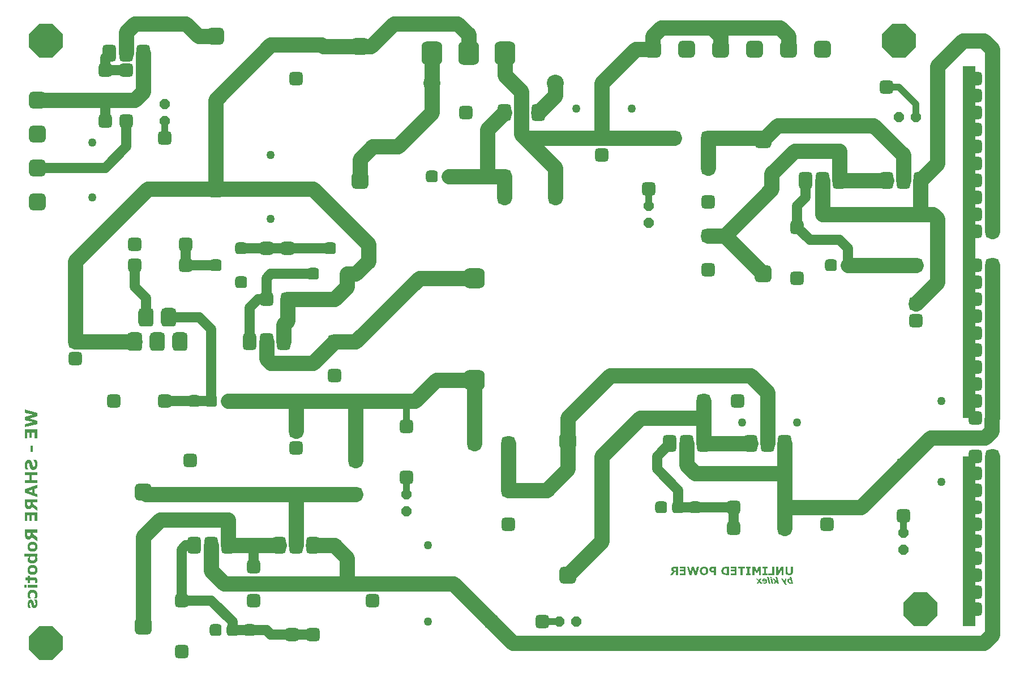
<source format=gbl>
G04 Layer_Physical_Order=2*
G04 Layer_Color=16711680*
%FSLAX44Y44*%
%MOMM*%
G71*
G01*
G75*
%ADD10C,2.2860*%
%ADD11C,1.5240*%
%ADD12C,1.0160*%
%ADD13R,1.9050X25.4000*%
%ADD14R,1.9050X27.3050*%
G04:AMPARAMS|DCode=15|XSize=2.032mm|YSize=2.032mm|CornerRadius=0.508mm|HoleSize=0mm|Usage=FLASHONLY|Rotation=90.000|XOffset=0mm|YOffset=0mm|HoleType=Round|Shape=RoundedRectangle|*
%AMROUNDEDRECTD15*
21,1,2.0320,1.0160,0,0,90.0*
21,1,1.0160,2.0320,0,0,90.0*
1,1,1.0160,0.5080,0.5080*
1,1,1.0160,0.5080,-0.5080*
1,1,1.0160,-0.5080,-0.5080*
1,1,1.0160,-0.5080,0.5080*
%
%ADD15ROUNDEDRECTD15*%
G04:AMPARAMS|DCode=16|XSize=2.032mm|YSize=2.54mm|CornerRadius=0.508mm|HoleSize=0mm|Usage=FLASHONLY|Rotation=0.000|XOffset=0mm|YOffset=0mm|HoleType=Round|Shape=RoundedRectangle|*
%AMROUNDEDRECTD16*
21,1,2.0320,1.5240,0,0,0.0*
21,1,1.0160,2.5400,0,0,0.0*
1,1,1.0160,0.5080,-0.7620*
1,1,1.0160,-0.5080,-0.7620*
1,1,1.0160,-0.5080,0.7620*
1,1,1.0160,0.5080,0.7620*
%
%ADD16ROUNDEDRECTD16*%
G04:AMPARAMS|DCode=17|XSize=1.778mm|YSize=1.778mm|CornerRadius=0.4445mm|HoleSize=0mm|Usage=FLASHONLY|Rotation=0.000|XOffset=0mm|YOffset=0mm|HoleType=Round|Shape=RoundedRectangle|*
%AMROUNDEDRECTD17*
21,1,1.7780,0.8890,0,0,0.0*
21,1,0.8890,1.7780,0,0,0.0*
1,1,0.8890,0.4445,-0.4445*
1,1,0.8890,-0.4445,-0.4445*
1,1,0.8890,-0.4445,0.4445*
1,1,0.8890,0.4445,0.4445*
%
%ADD17ROUNDEDRECTD17*%
G04:AMPARAMS|DCode=18|XSize=2.032mm|YSize=2.032mm|CornerRadius=0.508mm|HoleSize=0mm|Usage=FLASHONLY|Rotation=0.000|XOffset=0mm|YOffset=0mm|HoleType=Round|Shape=RoundedRectangle|*
%AMROUNDEDRECTD18*
21,1,2.0320,1.0160,0,0,0.0*
21,1,1.0160,2.0320,0,0,0.0*
1,1,1.0160,0.5080,-0.5080*
1,1,1.0160,-0.5080,-0.5080*
1,1,1.0160,-0.5080,0.5080*
1,1,1.0160,0.5080,0.5080*
%
%ADD18ROUNDEDRECTD18*%
G04:AMPARAMS|DCode=19|XSize=2.54mm|YSize=2.54mm|CornerRadius=0.635mm|HoleSize=0mm|Usage=FLASHONLY|Rotation=90.000|XOffset=0mm|YOffset=0mm|HoleType=Round|Shape=RoundedRectangle|*
%AMROUNDEDRECTD19*
21,1,2.5400,1.2700,0,0,90.0*
21,1,1.2700,2.5400,0,0,90.0*
1,1,1.2700,0.6350,0.6350*
1,1,1.2700,0.6350,-0.6350*
1,1,1.2700,-0.6350,-0.6350*
1,1,1.2700,-0.6350,0.6350*
%
%ADD19ROUNDEDRECTD19*%
%ADD20P,1.6496X8X292.5*%
%ADD21P,1.6496X8X22.5*%
%ADD22P,5.4120X8X22.5*%
G04:AMPARAMS|DCode=23|XSize=3.048mm|YSize=3.556mm|CornerRadius=0.762mm|HoleSize=0mm|Usage=FLASHONLY|Rotation=0.000|XOffset=0mm|YOffset=0mm|HoleType=Round|Shape=RoundedRectangle|*
%AMROUNDEDRECTD23*
21,1,3.0480,2.0320,0,0,0.0*
21,1,1.5240,3.5560,0,0,0.0*
1,1,1.5240,0.7620,-1.0160*
1,1,1.5240,-0.7620,-1.0160*
1,1,1.5240,-0.7620,1.0160*
1,1,1.5240,0.7620,1.0160*
%
%ADD23ROUNDEDRECTD23*%
G04:AMPARAMS|DCode=24|XSize=2.54mm|YSize=2.54mm|CornerRadius=0.635mm|HoleSize=0mm|Usage=FLASHONLY|Rotation=0.000|XOffset=0mm|YOffset=0mm|HoleType=Round|Shape=RoundedRectangle|*
%AMROUNDEDRECTD24*
21,1,2.5400,1.2700,0,0,0.0*
21,1,1.2700,2.5400,0,0,0.0*
1,1,1.2700,0.6350,-0.6350*
1,1,1.2700,-0.6350,-0.6350*
1,1,1.2700,-0.6350,0.6350*
1,1,1.2700,0.6350,0.6350*
%
%ADD24ROUNDEDRECTD24*%
G04:AMPARAMS|DCode=25|XSize=2.286mm|YSize=2.794mm|CornerRadius=0.5715mm|HoleSize=0mm|Usage=FLASHONLY|Rotation=0.000|XOffset=0mm|YOffset=0mm|HoleType=Round|Shape=RoundedRectangle|*
%AMROUNDEDRECTD25*
21,1,2.2860,1.6510,0,0,0.0*
21,1,1.1430,2.7940,0,0,0.0*
1,1,1.1430,0.5715,-0.8255*
1,1,1.1430,-0.5715,-0.8255*
1,1,1.1430,-0.5715,0.8255*
1,1,1.1430,0.5715,0.8255*
%
%ADD25ROUNDEDRECTD25*%
G04:AMPARAMS|DCode=26|XSize=1.778mm|YSize=1.778mm|CornerRadius=0.4445mm|HoleSize=0mm|Usage=FLASHONLY|Rotation=90.000|XOffset=0mm|YOffset=0mm|HoleType=Round|Shape=RoundedRectangle|*
%AMROUNDEDRECTD26*
21,1,1.7780,0.8890,0,0,90.0*
21,1,0.8890,1.7780,0,0,90.0*
1,1,0.8890,0.4445,0.4445*
1,1,0.8890,0.4445,-0.4445*
1,1,0.8890,-0.4445,-0.4445*
1,1,0.8890,-0.4445,0.4445*
%
%ADD26ROUNDEDRECTD26*%
G04:AMPARAMS|DCode=27|XSize=3.048mm|YSize=3.048mm|CornerRadius=0.762mm|HoleSize=0mm|Usage=FLASHONLY|Rotation=270.000|XOffset=0mm|YOffset=0mm|HoleType=Round|Shape=RoundedRectangle|*
%AMROUNDEDRECTD27*
21,1,3.0480,1.5240,0,0,270.0*
21,1,1.5240,3.0480,0,0,270.0*
1,1,1.5240,-0.7620,-0.7620*
1,1,1.5240,-0.7620,0.7620*
1,1,1.5240,0.7620,0.7620*
1,1,1.5240,0.7620,-0.7620*
%
%ADD27ROUNDEDRECTD27*%
%ADD28C,2.5400*%
%ADD29C,1.2700*%
G36*
X1096985Y162200D02*
X1093196D01*
Y152400D01*
X1090062D01*
Y162200D01*
X1086273D01*
Y164541D01*
X1096985D01*
Y162200D01*
D02*
G37*
G36*
X1105436Y162378D02*
X1103452D01*
Y154562D01*
X1105436D01*
Y152400D01*
X1098334D01*
Y154562D01*
X1100318D01*
Y162378D01*
X1098334D01*
Y164541D01*
X1105436D01*
Y162378D01*
D02*
G37*
G36*
X1084389Y152400D02*
X1075601D01*
Y154741D01*
X1081254D01*
Y157756D01*
X1076017D01*
Y160097D01*
X1081254D01*
Y162200D01*
X1075601D01*
Y164541D01*
X1084389D01*
Y152400D01*
D02*
G37*
G36*
X1053403D02*
X1050268D01*
Y156348D01*
X1048324D01*
X1047848Y156368D01*
X1047412Y156407D01*
X1047035Y156467D01*
X1046717Y156526D01*
X1046460Y156586D01*
X1046261Y156645D01*
X1046142Y156685D01*
X1046102Y156705D01*
X1045785Y156863D01*
X1045468Y157042D01*
X1045210Y157220D01*
X1044972Y157399D01*
X1044773Y157558D01*
X1044615Y157677D01*
X1044535Y157756D01*
X1044496Y157796D01*
X1044297Y157994D01*
X1044138Y158212D01*
X1044000Y158431D01*
X1043881Y158629D01*
X1043801Y158807D01*
X1043742Y158966D01*
X1043702Y159045D01*
X1043682Y159085D01*
X1043583Y159383D01*
X1043504Y159680D01*
X1043464Y159938D01*
X1043424Y160196D01*
X1043404Y160394D01*
X1043385Y160553D01*
Y160652D01*
Y160692D01*
X1043404Y161069D01*
X1043444Y161426D01*
X1043504Y161724D01*
X1043583Y161982D01*
X1043662Y162200D01*
X1043722Y162358D01*
X1043762Y162458D01*
X1043782Y162497D01*
X1043940Y162775D01*
X1044119Y163013D01*
X1044317Y163211D01*
X1044496Y163390D01*
X1044654Y163529D01*
X1044793Y163648D01*
X1044873Y163707D01*
X1044912Y163727D01*
X1045388Y163985D01*
X1045607Y164084D01*
X1045825Y164183D01*
X1046023Y164243D01*
X1046162Y164283D01*
X1046261Y164322D01*
X1046301D01*
X1046618Y164402D01*
X1046936Y164441D01*
X1047273Y164481D01*
X1047570Y164521D01*
X1047848D01*
X1048066Y164541D01*
X1053403D01*
Y152400D01*
D02*
G37*
G36*
X1072982D02*
X1068182D01*
X1067685Y152440D01*
X1067269Y152459D01*
X1066912Y152499D01*
X1066614Y152539D01*
X1066475Y152559D01*
X1066376D01*
X1066297Y152578D01*
X1066237Y152598D01*
X1066198D01*
X1065801Y152698D01*
X1065444Y152817D01*
X1065107Y152936D01*
X1064809Y153055D01*
X1064571Y153174D01*
X1064392Y153273D01*
X1064274Y153332D01*
X1064234Y153352D01*
X1063817Y153650D01*
X1063440Y153967D01*
X1063103Y154304D01*
X1062825Y154642D01*
X1062587Y154939D01*
X1062429Y155177D01*
X1062369Y155276D01*
X1062329Y155336D01*
X1062290Y155376D01*
Y155395D01*
X1062032Y155911D01*
X1061833Y156447D01*
X1061695Y156963D01*
X1061595Y157439D01*
X1061556Y157637D01*
X1061536Y157835D01*
X1061516Y158014D01*
Y158173D01*
X1061496Y158292D01*
Y158371D01*
Y158431D01*
Y158450D01*
X1061536Y159085D01*
X1061615Y159680D01*
X1061734Y160196D01*
X1061794Y160434D01*
X1061853Y160632D01*
X1061933Y160831D01*
X1061992Y161009D01*
X1062052Y161148D01*
X1062111Y161267D01*
X1062171Y161367D01*
X1062191Y161446D01*
X1062230Y161486D01*
Y161505D01*
X1062528Y161962D01*
X1062845Y162378D01*
X1063163Y162735D01*
X1063480Y163033D01*
X1063778Y163271D01*
X1063996Y163430D01*
X1064095Y163489D01*
X1064155Y163529D01*
X1064194Y163568D01*
X1064214D01*
X1064511Y163727D01*
X1064809Y163866D01*
X1065107Y164005D01*
X1065384Y164104D01*
X1065642Y164183D01*
X1065841Y164243D01*
X1065920Y164263D01*
X1065980D01*
X1065999Y164283D01*
X1066019D01*
X1066436Y164362D01*
X1066872Y164441D01*
X1067309Y164481D01*
X1067705Y164501D01*
X1068043Y164521D01*
X1068201Y164541D01*
X1072982D01*
Y152400D01*
D02*
G37*
G36*
X1130391Y162378D02*
X1128408D01*
Y154562D01*
X1130391D01*
Y152400D01*
X1123290D01*
Y154562D01*
X1125274D01*
Y162378D01*
X1123290D01*
Y164541D01*
X1130391D01*
Y162378D01*
D02*
G37*
G36*
X1154653Y152400D02*
X1151776D01*
Y160732D01*
X1146638Y152400D01*
X1143603D01*
Y164541D01*
X1146480D01*
Y157578D01*
X1150923Y164541D01*
X1154653D01*
Y152400D01*
D02*
G37*
G36*
X1120731D02*
X1117755D01*
Y160513D01*
X1115533Y155257D01*
X1113371D01*
X1111129Y160513D01*
Y152400D01*
X1107995D01*
Y164541D01*
X1111665D01*
X1114363Y158450D01*
X1117081Y164541D01*
X1120731D01*
Y152400D01*
D02*
G37*
G36*
X1024718D02*
X1021246D01*
X1019124Y160295D01*
X1016922Y152400D01*
X1013470D01*
X1010197Y164541D01*
X1013371D01*
X1015335Y156169D01*
X1017477Y164541D01*
X1020611D01*
X1022853Y156169D01*
X1024718Y164541D01*
X1027971D01*
X1024718Y152400D01*
D02*
G37*
G36*
X1140509D02*
X1131740D01*
Y154741D01*
X1137374D01*
Y164541D01*
X1140509D01*
Y152400D01*
D02*
G37*
G36*
X1168400Y156764D02*
X1168380Y156348D01*
X1168341Y155971D01*
X1168281Y155614D01*
X1168182Y155276D01*
X1168083Y154979D01*
X1167964Y154701D01*
X1167845Y154443D01*
X1167706Y154205D01*
X1167587Y154007D01*
X1167468Y153828D01*
X1167349Y153670D01*
X1167249Y153551D01*
X1167150Y153451D01*
X1167091Y153392D01*
X1167051Y153352D01*
X1167031Y153332D01*
X1166753Y153114D01*
X1166456Y152936D01*
X1166158Y152777D01*
X1165821Y152638D01*
X1165484Y152539D01*
X1165147Y152440D01*
X1164512Y152301D01*
X1164194Y152241D01*
X1163917Y152202D01*
X1163659Y152182D01*
X1163441Y152162D01*
X1163262Y152142D01*
X1163004D01*
X1162508Y152162D01*
X1162052Y152202D01*
X1161635Y152261D01*
X1161239Y152321D01*
X1160882Y152420D01*
X1160544Y152519D01*
X1160247Y152618D01*
X1159969Y152737D01*
X1159731Y152856D01*
X1159533Y152955D01*
X1159354Y153055D01*
X1159215Y153154D01*
X1159096Y153213D01*
X1159017Y153273D01*
X1158977Y153313D01*
X1158957Y153332D01*
X1158719Y153570D01*
X1158501Y153828D01*
X1158323Y154086D01*
X1158144Y154384D01*
X1158025Y154662D01*
X1157906Y154939D01*
X1157807Y155237D01*
X1157747Y155514D01*
X1157688Y155772D01*
X1157648Y156010D01*
X1157608Y156229D01*
X1157589Y156407D01*
X1157569Y156566D01*
Y156685D01*
Y156764D01*
Y156784D01*
Y164541D01*
X1160703D01*
Y156943D01*
X1160723Y156487D01*
X1160782Y156090D01*
X1160882Y155772D01*
X1160981Y155495D01*
X1161080Y155296D01*
X1161179Y155157D01*
X1161239Y155058D01*
X1161258Y155038D01*
X1161497Y154840D01*
X1161774Y154701D01*
X1162052Y154582D01*
X1162330Y154523D01*
X1162607Y154483D01*
X1162806Y154463D01*
X1162885Y154443D01*
X1163004D01*
X1163421Y154463D01*
X1163778Y154542D01*
X1164075Y154642D01*
X1164314Y154761D01*
X1164492Y154860D01*
X1164631Y154959D01*
X1164710Y155038D01*
X1164730Y155058D01*
X1164909Y155316D01*
X1165048Y155614D01*
X1165127Y155931D01*
X1165206Y156229D01*
X1165246Y156506D01*
X1165266Y156744D01*
Y156824D01*
Y156883D01*
Y156923D01*
Y156943D01*
Y164541D01*
X1168400D01*
Y156764D01*
D02*
G37*
G36*
X1157776Y139834D02*
X1159529Y137189D01*
X1157122D01*
X1151149Y146565D01*
X1153452D01*
X1156067Y142063D01*
X1156661Y146565D01*
X1158905D01*
X1157776Y139834D01*
D02*
G37*
G36*
X1147226Y139700D02*
X1145027D01*
X1144522Y141855D01*
X1143541Y142716D01*
X1142189Y139700D01*
X1139871D01*
X1141713Y143563D01*
X1138519Y146565D01*
X1141059D01*
X1144135Y143534D01*
X1142828Y149210D01*
X1145042D01*
X1147226Y139700D01*
D02*
G37*
G36*
X1125978Y146758D02*
X1126319Y146713D01*
X1126631Y146669D01*
X1126914Y146609D01*
X1127137Y146535D01*
X1127241Y146505D01*
X1127315Y146491D01*
X1127374Y146461D01*
X1127419Y146446D01*
X1127449Y146431D01*
X1127464D01*
X1127761Y146297D01*
X1128028Y146149D01*
X1128266Y146000D01*
X1128474Y145852D01*
X1128637Y145718D01*
X1128756Y145614D01*
X1128830Y145554D01*
X1128860Y145525D01*
X1129068Y145302D01*
X1129247Y145064D01*
X1129410Y144826D01*
X1129529Y144618D01*
X1129633Y144425D01*
X1129707Y144277D01*
X1129737Y144217D01*
X1129752Y144173D01*
X1129767Y144158D01*
Y144143D01*
X1129871Y143846D01*
X1129945Y143548D01*
X1129989Y143251D01*
X1130019Y142984D01*
X1130049Y142761D01*
Y142657D01*
X1130064Y142583D01*
Y142508D01*
Y142464D01*
Y142434D01*
Y142419D01*
X1130049Y142167D01*
X1130019Y141929D01*
X1129975Y141721D01*
X1129915Y141513D01*
X1129841Y141320D01*
X1129767Y141141D01*
X1129677Y140978D01*
X1129588Y140844D01*
X1129499Y140710D01*
X1129410Y140591D01*
X1129336Y140502D01*
X1129261Y140428D01*
X1129202Y140354D01*
X1129157Y140309D01*
X1129128Y140294D01*
X1129113Y140280D01*
X1128920Y140146D01*
X1128727Y140027D01*
X1128504Y139923D01*
X1128296Y139834D01*
X1127835Y139700D01*
X1127404Y139611D01*
X1127196Y139566D01*
X1127018Y139551D01*
X1126839Y139537D01*
X1126691Y139522D01*
X1126572Y139507D01*
X1126111D01*
X1125829Y139537D01*
X1125576Y139551D01*
X1125353Y139581D01*
X1125160Y139611D01*
X1125012Y139626D01*
X1124967Y139641D01*
X1124923Y139655D01*
X1124893D01*
X1124625Y139715D01*
X1124373Y139774D01*
X1124150Y139849D01*
X1123942Y139908D01*
X1123778Y139982D01*
X1123645Y140027D01*
X1123570Y140057D01*
X1123541Y140071D01*
X1123125Y141840D01*
X1123377D01*
X1123556Y141721D01*
X1123749Y141617D01*
X1123942Y141528D01*
X1124120Y141453D01*
X1124269Y141379D01*
X1124402Y141334D01*
X1124477Y141305D01*
X1124492Y141290D01*
X1124507D01*
X1124744Y141216D01*
X1124982Y141156D01*
X1125220Y141112D01*
X1125428Y141082D01*
X1125606Y141067D01*
X1125755Y141052D01*
X1125873D01*
X1126245Y141067D01*
X1126557Y141112D01*
X1126824Y141186D01*
X1127032Y141260D01*
X1127211Y141320D01*
X1127330Y141394D01*
X1127389Y141439D01*
X1127419Y141453D01*
X1127582Y141617D01*
X1127701Y141795D01*
X1127790Y141988D01*
X1127850Y142167D01*
X1127879Y142315D01*
X1127894Y142449D01*
X1127909Y142538D01*
Y142553D01*
Y142568D01*
Y142627D01*
Y142642D01*
Y142687D01*
Y142716D01*
X1122813D01*
X1122723Y142999D01*
X1122679Y143132D01*
X1122649Y143251D01*
X1122619Y143341D01*
X1122605Y143430D01*
X1122590Y143474D01*
Y143489D01*
X1122530Y143786D01*
X1122515Y143920D01*
Y144054D01*
X1122501Y144158D01*
Y144232D01*
Y144291D01*
Y144306D01*
X1122515Y144529D01*
X1122530Y144737D01*
X1122619Y145109D01*
X1122753Y145421D01*
X1122887Y145688D01*
X1123036Y145881D01*
X1123169Y146030D01*
X1123258Y146119D01*
X1123273Y146149D01*
X1123288D01*
X1123437Y146253D01*
X1123615Y146357D01*
X1123972Y146505D01*
X1124358Y146624D01*
X1124729Y146699D01*
X1124908Y146728D01*
X1125071Y146743D01*
X1125220Y146758D01*
X1125353D01*
X1125458Y146773D01*
X1125606D01*
X1125978Y146758D01*
D02*
G37*
G36*
X1134551Y139700D02*
X1132352D01*
X1130153Y149210D01*
X1132367D01*
X1134551Y139700D01*
D02*
G37*
G36*
X1138831D02*
X1136631D01*
X1135042Y146565D01*
X1137255D01*
X1138831Y139700D01*
D02*
G37*
G36*
X1119276Y143177D02*
X1122842Y139700D01*
X1120316D01*
X1118266Y141795D01*
X1117166Y139700D01*
X1114789D01*
X1116765Y143118D01*
X1113229Y146565D01*
X1115769D01*
X1117746Y144470D01*
X1118845Y146565D01*
X1121208D01*
X1119276Y143177D01*
D02*
G37*
G36*
X996707Y152400D02*
X993573D01*
Y156844D01*
X992145D01*
X988832Y152400D01*
X985003D01*
X989070Y157578D01*
X988653Y157796D01*
X988296Y158034D01*
X987999Y158272D01*
X987741Y158490D01*
X987542Y158688D01*
X987404Y158847D01*
X987304Y158946D01*
X987284Y158986D01*
X987066Y159323D01*
X986908Y159700D01*
X986808Y160057D01*
X986729Y160414D01*
X986689Y160712D01*
X986670Y160851D01*
X986650Y160970D01*
Y161049D01*
Y161129D01*
Y161168D01*
Y161188D01*
X986670Y161545D01*
X986709Y161862D01*
X986789Y162140D01*
X986848Y162378D01*
X986927Y162557D01*
X987007Y162696D01*
X987047Y162795D01*
X987066Y162815D01*
X987225Y163053D01*
X987404Y163251D01*
X987582Y163449D01*
X987761Y163588D01*
X987919Y163727D01*
X988038Y163806D01*
X988118Y163866D01*
X988157Y163886D01*
X988415Y164025D01*
X988673Y164144D01*
X988911Y164223D01*
X989129Y164302D01*
X989328Y164342D01*
X989467Y164382D01*
X989566Y164402D01*
X989605D01*
X989903Y164441D01*
X990220Y164481D01*
X990538Y164501D01*
X990816Y164521D01*
X991074Y164541D01*
X996707D01*
Y152400D01*
D02*
G37*
G36*
X1008114D02*
X999326D01*
Y154741D01*
X1004979D01*
Y157756D01*
X999742D01*
Y160097D01*
X1004979D01*
Y162200D01*
X999326D01*
Y164541D01*
X1008114D01*
Y152400D01*
D02*
G37*
G36*
X1036164Y164778D02*
X1036660Y164719D01*
X1037136Y164640D01*
X1037592Y164541D01*
X1037989Y164402D01*
X1038366Y164263D01*
X1038723Y164104D01*
X1039020Y163945D01*
X1039298Y163787D01*
X1039556Y163628D01*
X1039754Y163489D01*
X1039933Y163350D01*
X1040052Y163251D01*
X1040151Y163172D01*
X1040211Y163112D01*
X1040231Y163092D01*
X1040528Y162755D01*
X1040766Y162398D01*
X1040984Y162041D01*
X1041183Y161644D01*
X1041341Y161267D01*
X1041480Y160871D01*
X1041580Y160494D01*
X1041679Y160137D01*
X1041738Y159780D01*
X1041798Y159462D01*
X1041818Y159184D01*
X1041857Y158946D01*
Y158728D01*
X1041877Y158589D01*
Y158490D01*
Y158450D01*
X1041857Y157915D01*
X1041798Y157419D01*
X1041718Y156943D01*
X1041619Y156506D01*
X1041500Y156110D01*
X1041361Y155713D01*
X1041203Y155376D01*
X1041044Y155058D01*
X1040905Y154781D01*
X1040746Y154542D01*
X1040608Y154324D01*
X1040488Y154165D01*
X1040389Y154027D01*
X1040310Y153927D01*
X1040250Y153868D01*
X1040231Y153848D01*
X1039913Y153551D01*
X1039556Y153293D01*
X1039179Y153055D01*
X1038802Y152856D01*
X1038425Y152698D01*
X1038048Y152559D01*
X1037672Y152440D01*
X1037295Y152360D01*
X1036957Y152281D01*
X1036640Y152241D01*
X1036362Y152202D01*
X1036104Y152162D01*
X1035906D01*
X1035747Y152142D01*
X1035628D01*
X1035093Y152162D01*
X1034577Y152221D01*
X1034101Y152301D01*
X1033664Y152400D01*
X1033248Y152539D01*
X1032871Y152678D01*
X1032514Y152836D01*
X1032216Y152995D01*
X1031938Y153154D01*
X1031681Y153313D01*
X1031482Y153451D01*
X1031304Y153590D01*
X1031185Y153689D01*
X1031086Y153769D01*
X1031026Y153828D01*
X1031006Y153848D01*
X1030709Y154185D01*
X1030451Y154542D01*
X1030232Y154900D01*
X1030034Y155296D01*
X1029875Y155673D01*
X1029737Y156050D01*
X1029637Y156427D01*
X1029538Y156784D01*
X1029479Y157121D01*
X1029419Y157439D01*
X1029399Y157736D01*
X1029360Y157974D01*
Y158173D01*
X1029340Y158331D01*
Y158411D01*
Y158450D01*
X1029360Y158986D01*
X1029419Y159502D01*
X1029499Y159978D01*
X1029598Y160414D01*
X1029737Y160831D01*
X1029875Y161208D01*
X1030034Y161565D01*
X1030173Y161882D01*
X1030332Y162160D01*
X1030490Y162398D01*
X1030629Y162616D01*
X1030768Y162775D01*
X1030867Y162914D01*
X1030947Y163013D01*
X1031006Y163072D01*
X1031026Y163092D01*
X1031343Y163390D01*
X1031701Y163648D01*
X1032077Y163886D01*
X1032454Y164084D01*
X1032831Y164243D01*
X1033208Y164382D01*
X1033585Y164501D01*
X1033942Y164580D01*
X1034299Y164660D01*
X1034617Y164699D01*
X1034894Y164739D01*
X1035152Y164778D01*
X1035351D01*
X1035489Y164798D01*
X1035628D01*
X1036164Y164778D01*
D02*
G37*
G36*
X1168400Y139700D02*
X1166290D01*
X1166127Y140042D01*
X1165844Y139878D01*
X1165711Y139819D01*
X1165592Y139774D01*
X1165488Y139730D01*
X1165398Y139700D01*
X1165339Y139685D01*
X1165324D01*
X1164968Y139611D01*
X1164789Y139596D01*
X1164626Y139581D01*
X1164492Y139566D01*
X1164284D01*
X1163957Y139581D01*
X1163660Y139626D01*
X1163392Y139685D01*
X1163155Y139759D01*
X1162962Y139834D01*
X1162813Y139893D01*
X1162768Y139923D01*
X1162724Y139938D01*
X1162709Y139953D01*
X1162694D01*
X1162427Y140116D01*
X1162189Y140280D01*
X1161981Y140458D01*
X1161788Y140621D01*
X1161639Y140770D01*
X1161520Y140904D01*
X1161461Y140978D01*
X1161431Y141008D01*
X1161238Y141260D01*
X1161075Y141528D01*
X1160926Y141780D01*
X1160807Y142018D01*
X1160718Y142226D01*
X1160658Y142389D01*
X1160629Y142449D01*
X1160614Y142493D01*
X1160599Y142523D01*
Y142538D01*
X1160495Y142865D01*
X1160421Y143192D01*
X1160361Y143504D01*
X1160332Y143771D01*
X1160302Y144009D01*
Y144113D01*
X1160287Y144187D01*
Y144262D01*
Y144306D01*
Y144336D01*
Y144351D01*
X1160317Y144752D01*
X1160376Y145094D01*
X1160465Y145391D01*
X1160554Y145644D01*
X1160658Y145837D01*
X1160748Y145985D01*
X1160807Y146074D01*
X1160837Y146104D01*
X1160941Y146223D01*
X1161060Y146312D01*
X1161327Y146476D01*
X1161595Y146595D01*
X1161847Y146669D01*
X1162085Y146713D01*
X1162189Y146728D01*
X1162278D01*
X1162352Y146743D01*
X1162456D01*
X1162694Y146728D01*
X1162917Y146699D01*
X1163125Y146669D01*
X1163303Y146624D01*
X1163452Y146565D01*
X1163556Y146535D01*
X1163630Y146505D01*
X1163660Y146491D01*
X1164061Y146283D01*
X1164254Y146179D01*
X1164418Y146074D01*
X1164566Y145970D01*
X1164670Y145911D01*
X1164745Y145852D01*
X1164774Y145837D01*
X1164002Y149210D01*
X1166216D01*
X1168400Y139700D01*
D02*
G37*
G36*
X1137077Y147546D02*
X1134744D01*
X1134358Y149210D01*
X1136706D01*
X1137077Y147546D01*
D02*
G37*
G36*
X37565Y115138D02*
X37713Y114751D01*
X37832Y114335D01*
X37951Y113978D01*
X38040Y113621D01*
X38100Y113353D01*
X38130Y113175D01*
X38159Y113145D01*
Y113115D01*
X38279Y112550D01*
X38368Y111955D01*
X38427Y111390D01*
X38457Y110885D01*
X38487Y110438D01*
X38516Y110260D01*
Y110082D01*
Y109963D01*
Y109873D01*
Y109814D01*
Y109784D01*
X38487Y109189D01*
X38457Y108594D01*
X38397Y108059D01*
X38308Y107553D01*
X38219Y107107D01*
X38100Y106661D01*
X37981Y106274D01*
X37862Y105918D01*
X37743Y105590D01*
X37654Y105323D01*
X37535Y105085D01*
X37446Y104906D01*
X37356Y104757D01*
X37297Y104639D01*
X37237Y104579D01*
Y104549D01*
X36970Y104222D01*
X36702Y103925D01*
X36434Y103657D01*
X36137Y103419D01*
X35869Y103241D01*
X35572Y103092D01*
X35007Y102854D01*
X34531Y102705D01*
X34323Y102676D01*
X34144Y102646D01*
X33995Y102616D01*
X33787D01*
X33252Y102646D01*
X32806Y102735D01*
X32389Y102884D01*
X32032Y103032D01*
X31765Y103211D01*
X31556Y103330D01*
X31408Y103449D01*
X31378Y103479D01*
X31021Y103835D01*
X30724Y104222D01*
X30486Y104639D01*
X30278Y105055D01*
X30129Y105442D01*
X30010Y105739D01*
X29980Y105858D01*
X29950Y105947D01*
X29921Y106007D01*
Y106037D01*
X29802Y106631D01*
X29742Y106899D01*
X29712Y107137D01*
X29683Y107316D01*
X29653Y107464D01*
X29623Y107583D01*
Y107613D01*
X29504Y108178D01*
X29474Y108416D01*
X29445Y108624D01*
X29385Y108803D01*
Y108951D01*
X29355Y109041D01*
Y109070D01*
X29266Y109487D01*
X29177Y109814D01*
X29088Y110082D01*
X28998Y110290D01*
X28939Y110438D01*
X28879Y110557D01*
X28850Y110587D01*
Y110617D01*
X28731Y110736D01*
X28612Y110795D01*
X28374Y110914D01*
X28255D01*
X28166Y110944D01*
X28077D01*
X27898Y110914D01*
X27720Y110825D01*
X27571Y110706D01*
X27452Y110587D01*
X27363Y110468D01*
X27303Y110349D01*
X27244Y110260D01*
Y110230D01*
X27154Y109933D01*
X27065Y109635D01*
X27006Y109338D01*
X26976Y109041D01*
X26946Y108803D01*
Y108594D01*
Y108475D01*
Y108416D01*
X26976Y107940D01*
X27006Y107494D01*
X27095Y107048D01*
X27154Y106661D01*
X27244Y106364D01*
X27333Y106096D01*
X27363Y105947D01*
X27392Y105888D01*
X27571Y105412D01*
X27720Y104995D01*
X27928Y104609D01*
X28077Y104282D01*
X28225Y104014D01*
X28344Y103806D01*
X28433Y103657D01*
X28463Y103627D01*
Y103241D01*
X24983D01*
X24864Y103568D01*
X24745Y103925D01*
X24626Y104311D01*
X24537Y104668D01*
X24448Y104966D01*
X24388Y105233D01*
X24329Y105412D01*
Y105442D01*
Y105471D01*
X24210Y106007D01*
X24150Y106512D01*
X24091Y107018D01*
X24031Y107464D01*
Y107851D01*
X24002Y108148D01*
Y108267D01*
Y108357D01*
Y108386D01*
Y108416D01*
Y109011D01*
X24061Y109576D01*
X24121Y110111D01*
X24210Y110587D01*
X24299Y111063D01*
X24418Y111480D01*
X24537Y111866D01*
X24656Y112223D01*
X24805Y112521D01*
X24924Y112788D01*
X25043Y113026D01*
X25132Y113205D01*
X25221Y113353D01*
X25281Y113472D01*
X25310Y113532D01*
X25340Y113562D01*
X25578Y113889D01*
X25846Y114186D01*
X26143Y114424D01*
X26411Y114632D01*
X26679Y114811D01*
X26946Y114989D01*
X27482Y115197D01*
X27928Y115346D01*
X28136Y115376D01*
X28314Y115406D01*
X28433Y115435D01*
X28642D01*
X29207Y115406D01*
X29683Y115287D01*
X30129Y115138D01*
X30515Y114989D01*
X30813Y114811D01*
X31051Y114692D01*
X31170Y114573D01*
X31229Y114543D01*
X31586Y114156D01*
X31884Y113710D01*
X32151Y113264D01*
X32359Y112788D01*
X32538Y112402D01*
X32657Y112045D01*
X32687Y111926D01*
X32716Y111837D01*
X32746Y111777D01*
Y111747D01*
X32865Y111212D01*
X32925Y110974D01*
X32984Y110736D01*
X33014Y110528D01*
X33044Y110379D01*
X33073Y110260D01*
Y110230D01*
X33103Y109933D01*
X33163Y109665D01*
X33192Y109427D01*
X33222Y109249D01*
X33252Y109100D01*
Y108981D01*
X33282Y108922D01*
Y108892D01*
X33371Y108535D01*
X33430Y108237D01*
X33519Y108000D01*
X33579Y107791D01*
X33639Y107672D01*
X33698Y107553D01*
X33728Y107524D01*
Y107494D01*
X33817Y107375D01*
X33936Y107256D01*
X34174Y107167D01*
X34352Y107107D01*
X34442D01*
X34650Y107137D01*
X34828Y107197D01*
X34947Y107316D01*
X35096Y107434D01*
X35185Y107553D01*
X35245Y107672D01*
X35304Y107732D01*
Y107762D01*
X35393Y108029D01*
X35453Y108327D01*
X35542Y108951D01*
Y109219D01*
X35572Y109457D01*
Y109606D01*
Y109635D01*
Y109665D01*
Y110022D01*
X35542Y110379D01*
X35512Y110706D01*
X35483Y110974D01*
X35453Y111212D01*
X35423Y111390D01*
X35393Y111509D01*
Y111539D01*
X35215Y112134D01*
X35155Y112402D01*
X35066Y112640D01*
X35007Y112848D01*
X34947Y112996D01*
X34888Y113086D01*
Y113115D01*
X34769Y113383D01*
X34680Y113621D01*
X34590Y113829D01*
X34501Y114008D01*
X34412Y114156D01*
X34382Y114246D01*
X34323Y114305D01*
Y114335D01*
X34114Y114632D01*
X33936Y114900D01*
X33817Y115049D01*
X33787Y115078D01*
Y115108D01*
Y115495D01*
X37416D01*
X37565Y115138D01*
D02*
G37*
G36*
X38100Y301540D02*
X30069D01*
Y294610D01*
X38100D01*
Y289910D01*
X19897D01*
Y294610D01*
X26560D01*
Y301540D01*
X19897D01*
Y306239D01*
X38100D01*
Y301540D01*
D02*
G37*
G36*
X31884Y202167D02*
X32449Y202108D01*
X32984Y202018D01*
X33519Y201900D01*
X33995Y201751D01*
X34412Y201572D01*
X34828Y201394D01*
X35185Y201215D01*
X35512Y201037D01*
X35780Y200858D01*
X36018Y200680D01*
X36226Y200531D01*
X36375Y200412D01*
X36494Y200323D01*
X36553Y200264D01*
X36583Y200234D01*
X36910Y199847D01*
X37208Y199431D01*
X37475Y198985D01*
X37713Y198538D01*
X37892Y198063D01*
X38040Y197616D01*
X38279Y196724D01*
X38368Y196308D01*
X38427Y195921D01*
X38457Y195564D01*
X38487Y195267D01*
X38516Y195029D01*
Y194820D01*
Y194702D01*
Y194672D01*
X38487Y194018D01*
X38427Y193423D01*
X38338Y192828D01*
X38219Y192292D01*
X38070Y191817D01*
X37892Y191341D01*
X37743Y190924D01*
X37535Y190567D01*
X37356Y190240D01*
X37208Y189943D01*
X37029Y189705D01*
X36881Y189496D01*
X36762Y189348D01*
X36672Y189229D01*
X36613Y189169D01*
X36583Y189140D01*
X36196Y188783D01*
X35780Y188485D01*
X35364Y188218D01*
X34918Y187980D01*
X34471Y187801D01*
X34025Y187623D01*
X33192Y187385D01*
X32776Y187325D01*
X32419Y187266D01*
X32092Y187206D01*
X31824Y187176D01*
X31586Y187147D01*
X31259D01*
X30634Y187176D01*
X30069Y187236D01*
X29504Y187325D01*
X28998Y187444D01*
X28523Y187623D01*
X28077Y187771D01*
X27660Y187950D01*
X27303Y188128D01*
X26976Y188337D01*
X26708Y188515D01*
X26470Y188664D01*
X26262Y188812D01*
X26113Y188961D01*
X25994Y189050D01*
X25935Y189110D01*
X25905Y189140D01*
X25548Y189526D01*
X25251Y189943D01*
X24983Y190389D01*
X24775Y190835D01*
X24567Y191281D01*
X24418Y191757D01*
X24180Y192649D01*
X24091Y193066D01*
X24031Y193452D01*
X24002Y193780D01*
X23972Y194077D01*
X23942Y194315D01*
Y194523D01*
Y194642D01*
Y194672D01*
X23972Y195326D01*
X24031Y195921D01*
X24121Y196516D01*
X24240Y197051D01*
X24388Y197557D01*
X24567Y198003D01*
X24745Y198419D01*
X24924Y198776D01*
X25102Y199133D01*
X25281Y199401D01*
X25459Y199669D01*
X25608Y199877D01*
X25727Y200026D01*
X25816Y200145D01*
X25875Y200204D01*
X25905Y200234D01*
X26292Y200591D01*
X26679Y200888D01*
X27125Y201156D01*
X27571Y201364D01*
X28017Y201572D01*
X28433Y201721D01*
X29296Y201959D01*
X29712Y202018D01*
X30069Y202078D01*
X30396Y202137D01*
X30694Y202167D01*
X30932Y202197D01*
X31259D01*
X31884Y202167D01*
D02*
G37*
G36*
X37446Y323907D02*
X37624Y323372D01*
X37773Y322896D01*
X37892Y322479D01*
X37981Y322152D01*
X38011Y322033D01*
Y321944D01*
X38040Y321914D01*
Y321884D01*
X38159Y321230D01*
X38249Y320546D01*
X38338Y319891D01*
X38368Y319267D01*
X38397Y318731D01*
X38427Y318494D01*
Y318315D01*
Y318137D01*
Y318018D01*
Y317958D01*
Y317929D01*
X38397Y317215D01*
X38368Y316530D01*
X38279Y315906D01*
X38159Y315311D01*
X38040Y314776D01*
X37892Y314270D01*
X37743Y313794D01*
X37594Y313378D01*
X37446Y312991D01*
X37297Y312664D01*
X37148Y312396D01*
X37029Y312158D01*
X36910Y311980D01*
X36821Y311861D01*
X36791Y311772D01*
X36762Y311742D01*
X36434Y311325D01*
X36077Y310998D01*
X35721Y310671D01*
X35364Y310403D01*
X35007Y310195D01*
X34620Y310017D01*
X34293Y309868D01*
X33936Y309749D01*
X33609Y309630D01*
X33311Y309571D01*
X33073Y309511D01*
X32835Y309481D01*
X32657Y309452D01*
X32389D01*
X31705Y309481D01*
X31110Y309600D01*
X30605Y309779D01*
X30159Y309957D01*
X29831Y310136D01*
X29564Y310314D01*
X29415Y310433D01*
X29355Y310463D01*
X28939Y310879D01*
X28552Y311355D01*
X28225Y311861D01*
X27957Y312367D01*
X27749Y312842D01*
X27690Y313021D01*
X27601Y313199D01*
X27541Y313348D01*
X27511Y313467D01*
X27482Y313526D01*
Y313556D01*
X27363Y313943D01*
X27244Y314300D01*
X27154Y314627D01*
X27065Y314924D01*
X27006Y315162D01*
X26976Y315371D01*
X26946Y315490D01*
Y315519D01*
X26797Y316203D01*
X26708Y316530D01*
X26649Y316828D01*
X26619Y317096D01*
X26560Y317274D01*
X26530Y317393D01*
Y317453D01*
X26411Y317988D01*
X26292Y318434D01*
X26173Y318791D01*
X26054Y319059D01*
X25965Y319297D01*
X25875Y319416D01*
X25846Y319505D01*
X25816Y319535D01*
X25667Y319713D01*
X25489Y319832D01*
X25310Y319951D01*
X25132Y320010D01*
X24953Y320040D01*
X24834Y320070D01*
X24715D01*
X24537Y320040D01*
X24388Y320010D01*
X24121Y319891D01*
X23942Y319802D01*
X23912Y319743D01*
X23883D01*
X23645Y319475D01*
X23466Y319178D01*
X23407Y319088D01*
X23347Y318999D01*
X23317Y318940D01*
Y318910D01*
X23169Y318523D01*
X23080Y318166D01*
X23050Y318018D01*
Y317899D01*
X23020Y317839D01*
Y317810D01*
X22961Y317363D01*
X22931Y317006D01*
Y316858D01*
Y316739D01*
Y316679D01*
Y316649D01*
X22961Y316025D01*
X23020Y315430D01*
X23109Y314895D01*
X23228Y314389D01*
X23347Y313973D01*
X23437Y313645D01*
X23466Y313526D01*
X23496Y313437D01*
X23526Y313407D01*
Y313378D01*
X23764Y312813D01*
X24002Y312277D01*
X24240Y311801D01*
X24478Y311415D01*
X24686Y311117D01*
X24834Y310879D01*
X24953Y310731D01*
X24983Y310671D01*
Y310165D01*
X20819D01*
X20641Y310671D01*
X20462Y311206D01*
X20313Y311712D01*
X20165Y312188D01*
X20076Y312604D01*
X19986Y312932D01*
X19957Y313051D01*
Y313140D01*
X19927Y313199D01*
Y313229D01*
X19808Y313883D01*
X19719Y314508D01*
X19659Y315133D01*
X19600Y315668D01*
Y316114D01*
X19570Y316293D01*
Y316471D01*
Y316590D01*
Y316679D01*
Y316739D01*
Y316768D01*
X19600Y317423D01*
X19629Y318047D01*
X19719Y318642D01*
X19838Y319178D01*
X19957Y319713D01*
X20076Y320189D01*
X20224Y320635D01*
X20373Y321022D01*
X20551Y321409D01*
X20700Y321706D01*
X20819Y321974D01*
X20938Y322211D01*
X21057Y322390D01*
X21146Y322509D01*
X21176Y322598D01*
X21206Y322628D01*
X21503Y323015D01*
X21830Y323372D01*
X22187Y323669D01*
X22515Y323937D01*
X22871Y324145D01*
X23228Y324323D01*
X23556Y324472D01*
X23883Y324591D01*
X24448Y324770D01*
X24715Y324829D01*
X24924Y324859D01*
X25102D01*
X25221Y324888D01*
X25340D01*
X26024Y324859D01*
X26649Y324740D01*
X27184Y324591D01*
X27630Y324383D01*
X28017Y324204D01*
X28285Y324056D01*
X28463Y323937D01*
X28493Y323907D01*
X28523D01*
X28761Y323699D01*
X28969Y323461D01*
X29385Y322955D01*
X29712Y322420D01*
X30010Y321855D01*
X30248Y321349D01*
X30337Y321141D01*
X30396Y320962D01*
X30456Y320784D01*
X30515Y320665D01*
X30545Y320605D01*
Y320576D01*
X30753Y319832D01*
X30843Y319475D01*
X30932Y319148D01*
X30991Y318880D01*
X31051Y318642D01*
X31081Y318523D01*
Y318464D01*
X31170Y318047D01*
X31229Y317631D01*
X31319Y317244D01*
X31378Y316917D01*
X31437Y316649D01*
X31497Y316441D01*
X31527Y316322D01*
Y316263D01*
X31616Y315936D01*
X31735Y315638D01*
X31854Y315371D01*
X31943Y315162D01*
X32062Y315014D01*
X32122Y314895D01*
X32181Y314835D01*
X32211Y314805D01*
X32359Y314627D01*
X32538Y314508D01*
X32716Y314389D01*
X32865Y314329D01*
X33014Y314300D01*
X33133Y314270D01*
X33460D01*
X33639Y314329D01*
X33817Y314389D01*
X33966Y314449D01*
X34055Y314508D01*
X34144Y314568D01*
X34174Y314597D01*
X34204Y314627D01*
X34442Y314924D01*
X34620Y315192D01*
X34680Y315341D01*
X34739Y315430D01*
X34769Y315490D01*
Y315519D01*
X34888Y315876D01*
X34947Y316263D01*
X34977Y316441D01*
X35007Y316560D01*
Y316649D01*
Y316679D01*
X35036Y317125D01*
Y317334D01*
X35066Y317482D01*
Y317601D01*
Y317691D01*
Y317750D01*
Y317780D01*
X35036Y318404D01*
X34977Y319029D01*
X34888Y319624D01*
X34769Y320130D01*
X34650Y320605D01*
X34620Y320784D01*
X34560Y320962D01*
X34531Y321081D01*
X34501Y321171D01*
X34471Y321230D01*
Y321260D01*
X34204Y321914D01*
X33936Y322509D01*
X33609Y323074D01*
X33341Y323550D01*
X33073Y323937D01*
X32865Y324234D01*
X32776Y324353D01*
X32716Y324442D01*
X32657Y324472D01*
Y324502D01*
Y325007D01*
X37029D01*
X37446Y323907D01*
D02*
G37*
G36*
X38100Y179800D02*
X37416Y179592D01*
X37713Y178997D01*
X37862Y178729D01*
X37951Y178491D01*
X38040Y178283D01*
X38070Y178105D01*
X38130Y177986D01*
Y177956D01*
X38279Y177272D01*
X38308Y176945D01*
X38338Y176618D01*
X38368Y176350D01*
Y176142D01*
Y175993D01*
Y175933D01*
X38338Y175428D01*
X38279Y174952D01*
X38189Y174506D01*
X38040Y174089D01*
X37713Y173316D01*
X37535Y172989D01*
X37356Y172662D01*
X37178Y172394D01*
X36970Y172156D01*
X36821Y171948D01*
X36672Y171769D01*
X36524Y171621D01*
X36434Y171532D01*
X36375Y171472D01*
X36345Y171442D01*
X35958Y171115D01*
X35542Y170847D01*
X35096Y170609D01*
X34650Y170401D01*
X34204Y170223D01*
X33758Y170074D01*
X32925Y169866D01*
X32538Y169777D01*
X32181Y169717D01*
X31854Y169687D01*
X31586Y169658D01*
X31348Y169628D01*
X31051D01*
X30456Y169658D01*
X29891Y169687D01*
X29355Y169747D01*
X28879Y169836D01*
X28404Y169955D01*
X27987Y170074D01*
X27601Y170193D01*
X27244Y170342D01*
X26946Y170461D01*
X26679Y170609D01*
X26441Y170728D01*
X26262Y170818D01*
X26113Y170937D01*
X25994Y170996D01*
X25935Y171026D01*
X25905Y171056D01*
X25578Y171323D01*
X25281Y171621D01*
X25013Y171948D01*
X24805Y172275D01*
X24626Y172602D01*
X24478Y172929D01*
X24240Y173584D01*
X24091Y174179D01*
X24061Y174417D01*
X24031Y174625D01*
X24002Y174833D01*
Y174952D01*
Y175041D01*
Y175071D01*
X24031Y175577D01*
X24091Y176052D01*
X24150Y176469D01*
X24240Y176826D01*
X24358Y177123D01*
X24418Y177361D01*
X24478Y177480D01*
X24507Y177540D01*
X24924Y178313D01*
X25132Y178640D01*
X25340Y178967D01*
X25548Y179205D01*
X25667Y179414D01*
X25786Y179532D01*
X25816Y179592D01*
X19064D01*
Y183994D01*
X38100D01*
Y179800D01*
D02*
G37*
G36*
Y261119D02*
X31437D01*
Y258977D01*
X38100Y254010D01*
Y248269D01*
X30337Y254367D01*
X30010Y253742D01*
X29653Y253207D01*
X29296Y252761D01*
X28969Y252374D01*
X28671Y252077D01*
X28433Y251868D01*
X28285Y251720D01*
X28225Y251690D01*
X27720Y251363D01*
X27154Y251125D01*
X26619Y250976D01*
X26084Y250857D01*
X25638Y250798D01*
X25429Y250768D01*
X25251Y250738D01*
X24924D01*
X24388Y250768D01*
X23912Y250827D01*
X23496Y250946D01*
X23139Y251036D01*
X22871Y251154D01*
X22663Y251273D01*
X22515Y251333D01*
X22485Y251363D01*
X22128Y251601D01*
X21830Y251868D01*
X21533Y252136D01*
X21325Y252404D01*
X21116Y252642D01*
X20998Y252820D01*
X20908Y252939D01*
X20879Y252999D01*
X20670Y253385D01*
X20492Y253772D01*
X20373Y254129D01*
X20254Y254456D01*
X20194Y254753D01*
X20135Y254962D01*
X20105Y255110D01*
Y255170D01*
X20046Y255616D01*
X19986Y256092D01*
X19957Y256568D01*
X19927Y256984D01*
X19897Y257371D01*
Y257668D01*
Y257787D01*
Y257876D01*
Y257906D01*
Y257936D01*
Y265818D01*
X38100D01*
Y261119D01*
D02*
G37*
G36*
Y282564D02*
X34382Y281255D01*
Y274622D01*
X38100Y273343D01*
Y268435D01*
X19897Y275187D01*
Y280571D01*
X38100Y287293D01*
Y282564D01*
D02*
G37*
G36*
Y215849D02*
X31437D01*
Y213708D01*
X38100Y208741D01*
Y203000D01*
X30337Y209097D01*
X30010Y208473D01*
X29653Y207937D01*
X29296Y207491D01*
X28969Y207105D01*
X28671Y206807D01*
X28433Y206599D01*
X28285Y206450D01*
X28225Y206420D01*
X27720Y206093D01*
X27154Y205855D01*
X26619Y205707D01*
X26084Y205588D01*
X25638Y205528D01*
X25429Y205498D01*
X25251Y205469D01*
X24924D01*
X24388Y205498D01*
X23912Y205558D01*
X23496Y205677D01*
X23139Y205766D01*
X22871Y205885D01*
X22663Y206004D01*
X22515Y206063D01*
X22485Y206093D01*
X22128Y206331D01*
X21830Y206599D01*
X21533Y206867D01*
X21325Y207134D01*
X21116Y207372D01*
X20998Y207551D01*
X20908Y207670D01*
X20879Y207729D01*
X20670Y208116D01*
X20492Y208503D01*
X20373Y208859D01*
X20254Y209187D01*
X20194Y209484D01*
X20135Y209692D01*
X20105Y209841D01*
Y209900D01*
X20046Y210347D01*
X19986Y210823D01*
X19957Y211298D01*
X19927Y211715D01*
X19897Y212101D01*
Y212399D01*
Y212518D01*
Y212607D01*
Y212637D01*
Y212667D01*
Y220549D01*
X38100D01*
Y215849D01*
D02*
G37*
G36*
Y233041D02*
X34590D01*
Y241518D01*
X30069D01*
Y233665D01*
X26560D01*
Y241518D01*
X23407D01*
Y233041D01*
X19897D01*
Y246217D01*
X38100D01*
Y233041D01*
D02*
G37*
G36*
X31884Y167457D02*
X32449Y167397D01*
X32984Y167308D01*
X33519Y167189D01*
X33995Y167040D01*
X34412Y166862D01*
X34828Y166683D01*
X35185Y166505D01*
X35512Y166326D01*
X35780Y166148D01*
X36018Y165969D01*
X36226Y165821D01*
X36375Y165702D01*
X36494Y165613D01*
X36553Y165553D01*
X36583Y165523D01*
X36910Y165137D01*
X37208Y164720D01*
X37475Y164274D01*
X37713Y163828D01*
X37892Y163352D01*
X38040Y162906D01*
X38279Y162014D01*
X38368Y161597D01*
X38427Y161210D01*
X38457Y160854D01*
X38487Y160556D01*
X38516Y160318D01*
Y160110D01*
Y159991D01*
Y159961D01*
X38487Y159307D01*
X38427Y158712D01*
X38338Y158117D01*
X38219Y157582D01*
X38070Y157106D01*
X37892Y156630D01*
X37743Y156214D01*
X37535Y155857D01*
X37356Y155529D01*
X37208Y155232D01*
X37029Y154994D01*
X36881Y154786D01*
X36762Y154637D01*
X36672Y154518D01*
X36613Y154459D01*
X36583Y154429D01*
X36196Y154072D01*
X35780Y153775D01*
X35364Y153507D01*
X34918Y153269D01*
X34471Y153090D01*
X34025Y152912D01*
X33192Y152674D01*
X32776Y152615D01*
X32419Y152555D01*
X32092Y152496D01*
X31824Y152466D01*
X31586Y152436D01*
X31259D01*
X30634Y152466D01*
X30069Y152525D01*
X29504Y152615D01*
X28998Y152734D01*
X28523Y152912D01*
X28077Y153061D01*
X27660Y153239D01*
X27303Y153418D01*
X26976Y153626D01*
X26708Y153804D01*
X26470Y153953D01*
X26262Y154102D01*
X26113Y154250D01*
X25994Y154340D01*
X25935Y154399D01*
X25905Y154429D01*
X25548Y154816D01*
X25251Y155232D01*
X24983Y155678D01*
X24775Y156124D01*
X24567Y156571D01*
X24418Y157046D01*
X24180Y157939D01*
X24091Y158355D01*
X24031Y158742D01*
X24002Y159069D01*
X23972Y159366D01*
X23942Y159604D01*
Y159813D01*
Y159931D01*
Y159961D01*
X23972Y160616D01*
X24031Y161210D01*
X24121Y161805D01*
X24240Y162341D01*
X24388Y162846D01*
X24567Y163293D01*
X24745Y163709D01*
X24924Y164066D01*
X25102Y164423D01*
X25281Y164690D01*
X25459Y164958D01*
X25608Y165166D01*
X25727Y165315D01*
X25816Y165434D01*
X25875Y165494D01*
X25905Y165523D01*
X26292Y165880D01*
X26679Y166178D01*
X27125Y166445D01*
X27571Y166653D01*
X28017Y166862D01*
X28433Y167010D01*
X29296Y167248D01*
X29712Y167308D01*
X30069Y167367D01*
X30396Y167427D01*
X30694Y167457D01*
X30932Y167486D01*
X31259D01*
X31884Y167457D01*
D02*
G37*
G36*
X38100Y357100D02*
X34590D01*
Y365577D01*
X30069D01*
Y357725D01*
X26560D01*
Y365577D01*
X23407D01*
Y357100D01*
X19897D01*
Y370277D01*
X38100D01*
Y357100D01*
D02*
G37*
G36*
X22396Y133341D02*
X19064D01*
Y137981D01*
X22396D01*
Y133341D01*
D02*
G37*
G36*
X31973Y130277D02*
X32568Y130218D01*
X33133Y130129D01*
X33579Y130010D01*
X33966Y129891D01*
X34263Y129802D01*
X34442Y129742D01*
X34471Y129712D01*
X34501D01*
X34977Y129474D01*
X35423Y129207D01*
X35780Y128909D01*
X36107Y128642D01*
X36375Y128404D01*
X36583Y128225D01*
X36702Y128106D01*
X36732Y128047D01*
X37029Y127630D01*
X37297Y127184D01*
X37535Y126738D01*
X37713Y126351D01*
X37862Y125994D01*
X37951Y125697D01*
X38011Y125518D01*
X38040Y125489D01*
Y125459D01*
X38189Y124894D01*
X38279Y124329D01*
X38368Y123764D01*
X38397Y123258D01*
X38427Y122812D01*
X38457Y122633D01*
Y122455D01*
Y122336D01*
Y122247D01*
Y122187D01*
Y122157D01*
Y121652D01*
X38397Y121176D01*
X38368Y120759D01*
X38308Y120403D01*
X38249Y120075D01*
X38219Y119867D01*
X38159Y119719D01*
Y119659D01*
X38040Y119243D01*
X37922Y118856D01*
X37803Y118469D01*
X37684Y118142D01*
X37594Y117874D01*
X37505Y117666D01*
X37446Y117547D01*
X37416Y117488D01*
X33639D01*
Y118112D01*
X33847Y118321D01*
X33995Y118499D01*
X34114Y118648D01*
X34174Y118677D01*
Y118707D01*
X34352Y118975D01*
X34531Y119213D01*
X34650Y119391D01*
X34680Y119421D01*
Y119451D01*
X34858Y119808D01*
X35007Y120165D01*
X35066Y120313D01*
X35096Y120432D01*
X35126Y120521D01*
Y120551D01*
X35215Y121057D01*
X35274Y121295D01*
Y121533D01*
X35304Y121741D01*
Y121890D01*
Y122009D01*
Y122038D01*
X35274Y122663D01*
X35155Y123228D01*
X34977Y123704D01*
X34799Y124091D01*
X34620Y124388D01*
X34442Y124626D01*
X34323Y124745D01*
X34293Y124805D01*
X33876Y125132D01*
X33400Y125340D01*
X32895Y125518D01*
X32419Y125637D01*
X32003Y125697D01*
X31646Y125727D01*
X31497Y125756D01*
X31319D01*
X30634Y125727D01*
X30040Y125608D01*
X29504Y125459D01*
X29088Y125281D01*
X28731Y125132D01*
X28493Y124983D01*
X28344Y124864D01*
X28285Y124834D01*
X27898Y124448D01*
X27630Y124002D01*
X27422Y123555D01*
X27303Y123109D01*
X27214Y122723D01*
X27184Y122425D01*
X27154Y122306D01*
Y122217D01*
Y122157D01*
Y122128D01*
X27184Y121562D01*
X27214Y121325D01*
X27244Y121116D01*
X27273Y120968D01*
X27303Y120849D01*
X27333Y120759D01*
Y120730D01*
X27482Y120313D01*
X27630Y119956D01*
X27690Y119808D01*
X27720Y119719D01*
X27779Y119659D01*
Y119629D01*
X27987Y119272D01*
X28195Y118975D01*
X28314Y118796D01*
X28374Y118767D01*
Y118737D01*
X28552Y118499D01*
X28701Y118291D01*
X28820Y118172D01*
X28850Y118112D01*
Y117488D01*
X25102D01*
X24775Y118261D01*
X24656Y118648D01*
X24537Y119005D01*
X24448Y119272D01*
X24388Y119510D01*
X24329Y119659D01*
Y119719D01*
X24210Y120165D01*
X24150Y120611D01*
X24091Y121057D01*
X24031Y121444D01*
Y121800D01*
X24002Y122068D01*
Y122247D01*
Y122276D01*
Y122306D01*
X24031Y122901D01*
X24061Y123436D01*
X24121Y123972D01*
X24210Y124418D01*
X24299Y124805D01*
X24358Y125072D01*
X24388Y125191D01*
Y125281D01*
X24418Y125310D01*
Y125340D01*
X24597Y125846D01*
X24805Y126351D01*
X25013Y126768D01*
X25221Y127154D01*
X25400Y127452D01*
X25548Y127690D01*
X25667Y127838D01*
X25697Y127898D01*
X26054Y128285D01*
X26441Y128642D01*
X26827Y128969D01*
X27214Y129207D01*
X27511Y129415D01*
X27779Y129564D01*
X27957Y129653D01*
X27987Y129683D01*
X28017D01*
X28552Y129891D01*
X29118Y130039D01*
X29653Y130158D01*
X30188Y130218D01*
X30634Y130277D01*
X30813D01*
X30991Y130307D01*
X31319D01*
X31973Y130277D01*
D02*
G37*
G36*
X38100Y133460D02*
X24358D01*
Y137862D01*
X38100D01*
Y133460D01*
D02*
G37*
G36*
Y395172D02*
Y389967D01*
X26262Y386784D01*
X38100Y383483D01*
Y378308D01*
X19897Y373400D01*
Y378159D01*
X32449Y381104D01*
X19897Y384316D01*
Y389015D01*
X32449Y392376D01*
X19897Y395172D01*
Y400050D01*
X38100Y395172D01*
D02*
G37*
G36*
X27333Y149016D02*
X33787D01*
X34233Y148986D01*
X34650Y148956D01*
X35036Y148897D01*
X35393Y148807D01*
X35721Y148718D01*
X36018Y148629D01*
X36256Y148510D01*
X36494Y148391D01*
X36851Y148153D01*
X37118Y147975D01*
X37267Y147826D01*
X37327Y147767D01*
X37505Y147528D01*
X37684Y147231D01*
X37922Y146636D01*
X38100Y146012D01*
X38249Y145387D01*
X38308Y144822D01*
X38338Y144584D01*
Y144376D01*
X38368Y144197D01*
Y144078D01*
Y143989D01*
Y143959D01*
Y143543D01*
X38338Y143156D01*
Y142829D01*
X38308Y142532D01*
X38279Y142323D01*
Y142145D01*
X38249Y142026D01*
Y141996D01*
X38159Y141431D01*
X38130Y141163D01*
X38070Y140926D01*
X38040Y140747D01*
X38011Y140598D01*
X37981Y140509D01*
Y140479D01*
X34977D01*
Y140866D01*
X35036Y140955D01*
X35096Y141074D01*
X35185Y141342D01*
X35215Y141461D01*
X35245Y141550D01*
X35274Y141610D01*
Y141639D01*
X35334Y142026D01*
X35364Y142294D01*
X35393Y142472D01*
Y142502D01*
Y142532D01*
Y142829D01*
X35364Y143067D01*
X35304Y143305D01*
X35274Y143483D01*
X35215Y143632D01*
X35185Y143721D01*
X35155Y143781D01*
Y143811D01*
X34947Y144078D01*
X34709Y144286D01*
X34531Y144376D01*
X34501Y144405D01*
X34471D01*
X34144Y144524D01*
X33847Y144584D01*
X33698Y144614D01*
X27333D01*
Y140479D01*
X24358D01*
Y144614D01*
X20432D01*
Y149016D01*
X24358D01*
Y150830D01*
X27333D01*
Y149016D01*
D02*
G37*
G36*
X31765Y336250D02*
X28255D01*
Y345590D01*
X31765D01*
Y336250D01*
D02*
G37*
%LPC*%
G36*
X1050268Y162239D02*
X1049237D01*
X1049018Y162220D01*
X1048701D01*
X1048602Y162200D01*
X1048523D01*
X1048166Y162160D01*
X1048007Y162120D01*
X1047868Y162101D01*
X1047749Y162061D01*
X1047650Y162021D01*
X1047590Y162001D01*
X1047570D01*
X1047312Y161862D01*
X1047094Y161684D01*
X1047015Y161605D01*
X1046955Y161545D01*
X1046936Y161505D01*
X1046916Y161486D01*
X1046817Y161347D01*
X1046757Y161208D01*
X1046678Y160910D01*
X1046658Y160791D01*
X1046638Y160692D01*
Y160632D01*
Y160613D01*
X1046658Y160256D01*
X1046678Y160117D01*
X1046698Y159978D01*
X1046737Y159879D01*
X1046757Y159799D01*
X1046777Y159760D01*
Y159740D01*
X1046896Y159502D01*
X1047055Y159303D01*
X1047114Y159224D01*
X1047174Y159165D01*
X1047194Y159145D01*
X1047213Y159125D01*
X1047491Y158946D01*
X1047789Y158807D01*
X1047908Y158768D01*
X1048007Y158748D01*
X1048066Y158728D01*
X1048086D01*
X1048285Y158708D01*
X1048503Y158688D01*
X1048721Y158669D01*
X1048939D01*
X1049118Y158649D01*
X1050268D01*
Y162239D01*
D02*
G37*
G36*
X1069848D02*
X1068717D01*
X1068419Y162220D01*
X1068162Y162200D01*
X1067943D01*
X1067785Y162180D01*
X1067666Y162160D01*
X1067586Y162140D01*
X1067567D01*
X1067190Y162061D01*
X1067031Y162001D01*
X1066872Y161962D01*
X1066753Y161902D01*
X1066654Y161862D01*
X1066594Y161843D01*
X1066575Y161823D01*
X1066237Y161624D01*
X1065960Y161406D01*
X1065722Y161188D01*
X1065523Y160990D01*
X1065365Y160791D01*
X1065265Y160632D01*
X1065206Y160533D01*
X1065186Y160513D01*
Y160494D01*
X1065047Y160176D01*
X1064928Y159819D01*
X1064849Y159482D01*
X1064809Y159165D01*
X1064769Y158887D01*
X1064750Y158669D01*
Y158589D01*
Y158530D01*
Y158490D01*
Y158470D01*
X1064769Y158034D01*
X1064809Y157657D01*
X1064888Y157320D01*
X1064948Y157022D01*
X1065027Y156784D01*
X1065107Y156606D01*
X1065146Y156506D01*
X1065166Y156467D01*
X1065325Y156169D01*
X1065523Y155911D01*
X1065742Y155693D01*
X1065940Y155514D01*
X1066118Y155356D01*
X1066277Y155257D01*
X1066376Y155177D01*
X1066396Y155157D01*
X1066416D01*
X1066773Y154999D01*
X1066952Y154939D01*
X1067110Y154880D01*
X1067229Y154840D01*
X1067348Y154820D01*
X1067408Y154800D01*
X1067428D01*
X1067646Y154761D01*
X1067904Y154741D01*
X1068182Y154721D01*
X1068439D01*
X1068697Y154701D01*
X1069848D01*
Y162239D01*
D02*
G37*
G36*
X1125978Y145391D02*
X1125859D01*
X1125666Y145376D01*
X1125487Y145346D01*
X1125339Y145302D01*
X1125220Y145257D01*
X1125116Y145213D01*
X1125056Y145168D01*
X1125012Y145138D01*
X1124997Y145124D01*
X1124893Y145020D01*
X1124819Y144901D01*
X1124759Y144782D01*
X1124729Y144663D01*
X1124700Y144559D01*
X1124685Y144470D01*
Y144410D01*
Y144395D01*
Y144321D01*
Y144262D01*
X1124700Y144217D01*
Y144202D01*
X1124715Y144128D01*
Y144068D01*
X1124729Y144024D01*
Y144009D01*
X1127701D01*
X1127597Y144232D01*
X1127493Y144440D01*
X1127374Y144604D01*
X1127255Y144752D01*
X1127166Y144871D01*
X1127077Y144945D01*
X1127018Y145005D01*
X1127003Y145020D01*
X1126824Y145138D01*
X1126631Y145227D01*
X1126438Y145302D01*
X1126260Y145346D01*
X1126096Y145376D01*
X1125978Y145391D01*
D02*
G37*
G36*
X993573Y162299D02*
X992065D01*
X991907Y162279D01*
X991649D01*
X991569Y162259D01*
X991490D01*
X991192Y162220D01*
X991054Y162200D01*
X990955Y162180D01*
X990855Y162140D01*
X990796Y162120D01*
X990756Y162101D01*
X990736D01*
X990577Y162021D01*
X990439Y161942D01*
X990340Y161862D01*
X990240Y161783D01*
X990181Y161704D01*
X990141Y161644D01*
X990101Y161605D01*
Y161585D01*
X989982Y161327D01*
X989923Y161089D01*
X989903Y160970D01*
Y160890D01*
Y160831D01*
Y160811D01*
Y160632D01*
X989923Y160474D01*
X989943Y160335D01*
X989982Y160216D01*
X990002Y160117D01*
X990042Y160057D01*
X990062Y160018D01*
Y159998D01*
X990201Y159780D01*
X990359Y159601D01*
X990478Y159482D01*
X990518Y159462D01*
X990538Y159442D01*
X990816Y159284D01*
X991093Y159184D01*
X991212Y159145D01*
X991311Y159125D01*
X991371Y159105D01*
X991391D01*
X991589Y159085D01*
X991788Y159065D01*
X992006D01*
X992184Y159045D01*
X993573D01*
Y162299D01*
D02*
G37*
G36*
X1035708Y162497D02*
X1035390D01*
X1035192Y162458D01*
X1035013Y162418D01*
X1034835Y162378D01*
X1034696Y162339D01*
X1034597Y162299D01*
X1034517Y162279D01*
X1034498Y162259D01*
X1034299Y162160D01*
X1034101Y162061D01*
X1033942Y161942D01*
X1033803Y161823D01*
X1033684Y161724D01*
X1033605Y161644D01*
X1033545Y161585D01*
X1033525Y161565D01*
X1033367Y161367D01*
X1033248Y161168D01*
X1033129Y160970D01*
X1033030Y160771D01*
X1032950Y160593D01*
X1032891Y160454D01*
X1032871Y160355D01*
X1032851Y160315D01*
X1032772Y160018D01*
X1032692Y159700D01*
X1032653Y159403D01*
X1032633Y159105D01*
X1032613Y158847D01*
X1032593Y158649D01*
Y158569D01*
Y158510D01*
Y158490D01*
Y158470D01*
Y158093D01*
X1032633Y157756D01*
X1032673Y157458D01*
X1032712Y157201D01*
X1032752Y156982D01*
X1032792Y156824D01*
X1032811Y156725D01*
X1032831Y156685D01*
X1032930Y156407D01*
X1033030Y156169D01*
X1033149Y155951D01*
X1033248Y155752D01*
X1033347Y155614D01*
X1033426Y155495D01*
X1033486Y155415D01*
X1033506Y155395D01*
X1033664Y155217D01*
X1033823Y155078D01*
X1033982Y154939D01*
X1034121Y154840D01*
X1034259Y154761D01*
X1034359Y154701D01*
X1034438Y154681D01*
X1034458Y154662D01*
X1034656Y154582D01*
X1034874Y154542D01*
X1035073Y154503D01*
X1035231Y154463D01*
X1035390D01*
X1035509Y154443D01*
X1035608D01*
X1035827Y154463D01*
X1036045Y154483D01*
X1036243Y154523D01*
X1036422Y154562D01*
X1036561Y154602D01*
X1036680Y154622D01*
X1036759Y154662D01*
X1036779D01*
X1036977Y154761D01*
X1037156Y154860D01*
X1037315Y154979D01*
X1037453Y155098D01*
X1037572Y155217D01*
X1037652Y155296D01*
X1037711Y155356D01*
X1037731Y155376D01*
X1037870Y155574D01*
X1038009Y155772D01*
X1038108Y155971D01*
X1038207Y156169D01*
X1038287Y156348D01*
X1038346Y156487D01*
X1038366Y156566D01*
X1038386Y156606D01*
X1038465Y156903D01*
X1038524Y157220D01*
X1038564Y157538D01*
X1038584Y157816D01*
X1038604Y158074D01*
X1038624Y158272D01*
Y158351D01*
Y158411D01*
Y158431D01*
Y158450D01*
X1038604Y158847D01*
X1038584Y159204D01*
X1038544Y159522D01*
X1038505Y159780D01*
X1038465Y160018D01*
X1038425Y160176D01*
X1038386Y160275D01*
Y160315D01*
X1038287Y160613D01*
X1038167Y160851D01*
X1038048Y161069D01*
X1037949Y161248D01*
X1037850Y161406D01*
X1037771Y161505D01*
X1037731Y161565D01*
X1037711Y161585D01*
X1037552Y161743D01*
X1037374Y161902D01*
X1037215Y162021D01*
X1037057Y162120D01*
X1036938Y162180D01*
X1036838Y162239D01*
X1036759Y162279D01*
X1036739D01*
X1036541Y162358D01*
X1036342Y162398D01*
X1036144Y162438D01*
X1035965Y162477D01*
X1035827D01*
X1035708Y162497D01*
D02*
G37*
G36*
X1163868Y145124D02*
X1163749D01*
X1163526Y145109D01*
X1163348Y145079D01*
X1163199Y145020D01*
X1163081Y144975D01*
X1162991Y144916D01*
X1162917Y144856D01*
X1162887Y144826D01*
X1162872Y144811D01*
X1162783Y144693D01*
X1162724Y144559D01*
X1162679Y144410D01*
X1162650Y144277D01*
X1162635Y144143D01*
X1162620Y144039D01*
Y143979D01*
Y143950D01*
X1162650Y143504D01*
X1162709Y143088D01*
X1162813Y142746D01*
X1162917Y142449D01*
X1162977Y142315D01*
X1163036Y142211D01*
X1163081Y142107D01*
X1163140Y142033D01*
X1163170Y141973D01*
X1163199Y141929D01*
X1163229Y141899D01*
Y141884D01*
X1163348Y141750D01*
X1163467Y141617D01*
X1163600Y141513D01*
X1163734Y141424D01*
X1164002Y141275D01*
X1164254Y141186D01*
X1164492Y141126D01*
X1164596Y141112D01*
X1164685Y141097D01*
X1164745Y141082D01*
X1164849D01*
X1165057Y141097D01*
X1165220Y141112D01*
X1165294D01*
X1165339Y141126D01*
X1165384D01*
X1165547Y141171D01*
X1165696Y141216D01*
X1165755Y141230D01*
X1165800Y141245D01*
X1165815Y141260D01*
X1165829D01*
X1165042Y144707D01*
X1164789Y144826D01*
X1164685Y144886D01*
X1164581Y144930D01*
X1164507Y144960D01*
X1164447Y144990D01*
X1164403Y145005D01*
X1164388D01*
X1164150Y145079D01*
X1163957Y145109D01*
X1163868Y145124D01*
D02*
G37*
G36*
X31675Y197646D02*
X30843D01*
X30426Y197616D01*
X30069Y197557D01*
X29742Y197527D01*
X29504Y197468D01*
X29326Y197438D01*
X29207Y197408D01*
X29177D01*
X28879Y197319D01*
X28612Y197200D01*
X28404Y197111D01*
X28195Y196992D01*
X28077Y196932D01*
X27957Y196843D01*
X27898Y196813D01*
X27868Y196784D01*
X27690Y196605D01*
X27541Y196427D01*
X27333Y196129D01*
X27273Y196010D01*
X27214Y195921D01*
X27184Y195862D01*
Y195832D01*
X27065Y195445D01*
X27036Y195058D01*
X27006Y194910D01*
Y194791D01*
Y194702D01*
Y194672D01*
X27036Y194226D01*
X27095Y193869D01*
X27154Y193720D01*
X27184Y193601D01*
X27214Y193542D01*
Y193512D01*
X27422Y193125D01*
X27660Y192828D01*
X27749Y192709D01*
X27838Y192619D01*
X27898Y192590D01*
X27928Y192560D01*
X28136Y192411D01*
X28344Y192292D01*
X28790Y192084D01*
X28969Y192025D01*
X29118Y191965D01*
X29237Y191935D01*
X29266D01*
X29593Y191846D01*
X29921Y191787D01*
X30248Y191757D01*
X30575Y191727D01*
X30872Y191698D01*
X31735D01*
X32151Y191727D01*
X32478Y191757D01*
X32776Y191817D01*
X33014Y191846D01*
X33163Y191906D01*
X33282Y191935D01*
X33311D01*
X33817Y192114D01*
X34055Y192233D01*
X34233Y192322D01*
X34382Y192411D01*
X34501Y192501D01*
X34560Y192530D01*
X34590Y192560D01*
X34888Y192857D01*
X35096Y193185D01*
X35185Y193304D01*
X35245Y193423D01*
X35274Y193482D01*
Y193512D01*
X35364Y193899D01*
X35423Y194285D01*
X35453Y194434D01*
Y194553D01*
Y194612D01*
Y194642D01*
X35423Y195148D01*
X35393Y195356D01*
X35334Y195534D01*
X35304Y195713D01*
X35274Y195832D01*
X35245Y195891D01*
Y195921D01*
X35036Y196278D01*
X34828Y196575D01*
X34709Y196694D01*
X34650Y196784D01*
X34590Y196813D01*
X34560Y196843D01*
X34352Y196992D01*
X34144Y197111D01*
X33698Y197289D01*
X33519Y197349D01*
X33371Y197408D01*
X33252Y197438D01*
X33222D01*
X32568Y197557D01*
X32241Y197587D01*
X31943Y197616D01*
X31675Y197646D01*
D02*
G37*
G36*
X34977Y179592D02*
X28077D01*
X27838Y179146D01*
X27660Y178729D01*
X27601Y178581D01*
X27571Y178462D01*
X27541Y178372D01*
Y178343D01*
X27422Y177867D01*
X27392Y177659D01*
X27363Y177450D01*
X27333Y177302D01*
Y177183D01*
Y177094D01*
Y177064D01*
X27363Y176499D01*
X27482Y176023D01*
X27660Y175666D01*
X27838Y175339D01*
X28017Y175101D01*
X28195Y174952D01*
X28314Y174863D01*
X28344Y174833D01*
X28761Y174625D01*
X29207Y174446D01*
X29683Y174327D01*
X30129Y174268D01*
X30545Y174208D01*
X30872Y174179D01*
X31170D01*
X31884Y174208D01*
X32508Y174298D01*
X33044Y174446D01*
X33460Y174595D01*
X33817Y174774D01*
X34055Y174893D01*
X34174Y175011D01*
X34233Y175041D01*
X34560Y175398D01*
X34828Y175814D01*
X35007Y176261D01*
X35126Y176677D01*
X35185Y177064D01*
X35215Y177361D01*
X35245Y177480D01*
Y177569D01*
Y177629D01*
Y177659D01*
Y178075D01*
X35215Y178402D01*
Y178521D01*
X35185Y178610D01*
Y178670D01*
Y178700D01*
X35126Y179027D01*
X35066Y179294D01*
X35036Y179414D01*
X35007Y179503D01*
X34977Y179562D01*
Y179592D01*
D02*
G37*
G36*
X28136Y261119D02*
X23258D01*
Y259453D01*
Y258858D01*
X23288Y258620D01*
Y258412D01*
Y258234D01*
X23317Y258114D01*
Y258025D01*
Y257995D01*
X23377Y257549D01*
X23407Y257341D01*
X23437Y257192D01*
X23496Y257044D01*
X23526Y256954D01*
X23556Y256895D01*
Y256865D01*
X23674Y256627D01*
X23793Y256419D01*
X23912Y256270D01*
X24031Y256122D01*
X24150Y256033D01*
X24240Y255973D01*
X24299Y255914D01*
X24329D01*
X24715Y255735D01*
X25072Y255646D01*
X25251Y255616D01*
X25756D01*
X25994Y255646D01*
X26203Y255676D01*
X26381Y255735D01*
X26530Y255765D01*
X26619Y255824D01*
X26679Y255854D01*
X26708D01*
X27036Y256062D01*
X27303Y256300D01*
X27482Y256479D01*
X27511Y256538D01*
X27541Y256568D01*
X27779Y256984D01*
X27928Y257401D01*
X27987Y257579D01*
X28017Y257728D01*
X28047Y257817D01*
Y257847D01*
X28077Y258144D01*
X28106Y258442D01*
Y258769D01*
X28136Y259037D01*
Y259304D01*
Y259512D01*
Y259631D01*
Y259691D01*
Y261119D01*
D02*
G37*
G36*
X31081Y280154D02*
X24656Y277953D01*
X31081Y275723D01*
Y280154D01*
D02*
G37*
G36*
X28136Y215849D02*
X23258D01*
Y214184D01*
Y213589D01*
X23288Y213351D01*
Y213143D01*
Y212964D01*
X23317Y212845D01*
Y212756D01*
Y212726D01*
X23377Y212280D01*
X23407Y212072D01*
X23437Y211923D01*
X23496Y211774D01*
X23526Y211685D01*
X23556Y211626D01*
Y211596D01*
X23674Y211358D01*
X23793Y211150D01*
X23912Y211001D01*
X24031Y210852D01*
X24150Y210763D01*
X24240Y210704D01*
X24299Y210644D01*
X24329D01*
X24715Y210466D01*
X25072Y210376D01*
X25251Y210347D01*
X25756D01*
X25994Y210376D01*
X26203Y210406D01*
X26381Y210466D01*
X26530Y210495D01*
X26619Y210555D01*
X26679Y210585D01*
X26708D01*
X27036Y210793D01*
X27303Y211031D01*
X27482Y211209D01*
X27511Y211269D01*
X27541Y211298D01*
X27779Y211715D01*
X27928Y212131D01*
X27987Y212310D01*
X28017Y212458D01*
X28047Y212548D01*
Y212577D01*
X28077Y212875D01*
X28106Y213172D01*
Y213499D01*
X28136Y213767D01*
Y214035D01*
Y214243D01*
Y214362D01*
Y214421D01*
Y215849D01*
D02*
G37*
G36*
X31675Y162936D02*
X30843D01*
X30426Y162906D01*
X30069Y162846D01*
X29742Y162817D01*
X29504Y162757D01*
X29326Y162727D01*
X29207Y162698D01*
X29177D01*
X28879Y162608D01*
X28612Y162489D01*
X28404Y162400D01*
X28195Y162281D01*
X28077Y162222D01*
X27957Y162132D01*
X27898Y162103D01*
X27868Y162073D01*
X27690Y161895D01*
X27541Y161716D01*
X27333Y161419D01*
X27273Y161300D01*
X27214Y161210D01*
X27184Y161151D01*
Y161121D01*
X27065Y160735D01*
X27036Y160348D01*
X27006Y160199D01*
Y160080D01*
Y159991D01*
Y159961D01*
X27036Y159515D01*
X27095Y159158D01*
X27154Y159010D01*
X27184Y158890D01*
X27214Y158831D01*
Y158801D01*
X27422Y158415D01*
X27660Y158117D01*
X27749Y157998D01*
X27838Y157909D01*
X27898Y157879D01*
X27928Y157850D01*
X28136Y157701D01*
X28344Y157582D01*
X28790Y157374D01*
X28969Y157314D01*
X29118Y157255D01*
X29237Y157225D01*
X29266D01*
X29593Y157136D01*
X29921Y157076D01*
X30248Y157046D01*
X30575Y157017D01*
X30872Y156987D01*
X31735D01*
X32151Y157017D01*
X32478Y157046D01*
X32776Y157106D01*
X33014Y157136D01*
X33163Y157195D01*
X33282Y157225D01*
X33311D01*
X33817Y157403D01*
X34055Y157522D01*
X34233Y157612D01*
X34382Y157701D01*
X34501Y157790D01*
X34560Y157820D01*
X34590Y157850D01*
X34888Y158147D01*
X35096Y158474D01*
X35185Y158593D01*
X35245Y158712D01*
X35274Y158771D01*
Y158801D01*
X35364Y159188D01*
X35423Y159575D01*
X35453Y159723D01*
Y159842D01*
Y159902D01*
Y159931D01*
X35423Y160437D01*
X35393Y160645D01*
X35334Y160824D01*
X35304Y161002D01*
X35274Y161121D01*
X35245Y161181D01*
Y161210D01*
X35036Y161567D01*
X34828Y161865D01*
X34709Y161984D01*
X34650Y162073D01*
X34590Y162103D01*
X34560Y162132D01*
X34352Y162281D01*
X34144Y162400D01*
X33698Y162579D01*
X33519Y162638D01*
X33371Y162698D01*
X33252Y162727D01*
X33222D01*
X32568Y162846D01*
X32241Y162876D01*
X31943Y162906D01*
X31675Y162936D01*
D02*
G37*
%LPD*%
D10*
X1466850Y590550D02*
Y615950D01*
Y565150D02*
Y590550D01*
Y539750D02*
Y565150D01*
Y514350D02*
Y539750D01*
Y488950D02*
Y514350D01*
Y463550D02*
Y488950D01*
Y438150D02*
Y463550D01*
Y412750D02*
Y438150D01*
Y387350D02*
Y412750D01*
X184150Y863600D02*
X196850Y876300D01*
Y933450D01*
X38100Y863600D02*
X139700D01*
X184150D01*
X171450Y933450D02*
Y965200D01*
X184150Y977900D01*
X260350D01*
X279400Y958850D01*
X304800D01*
Y730250D02*
Y863600D01*
X387350Y946150D01*
X425450D01*
X463550D01*
X466090Y943610D01*
X520700D01*
X537210D01*
X571500Y977900D01*
X666750D01*
X683260Y961390D01*
Y933450D02*
Y961390D01*
X577850Y793750D02*
X628650Y844550D01*
X539750Y793750D02*
X577850D01*
X520700Y774700D02*
X539750Y793750D01*
X520700Y742950D02*
Y774700D01*
X737870Y900430D02*
Y933450D01*
Y900430D02*
X762000Y876300D01*
Y844550D02*
Y876300D01*
X736600Y717550D02*
Y749300D01*
X654050D02*
X679450D01*
X812800Y717550D02*
Y749300D01*
X762000Y812800D02*
Y844550D01*
X812800Y749300D02*
Y762000D01*
X711200Y819150D02*
X736600Y844550D01*
X711200Y749300D02*
Y819150D01*
X679450Y749300D02*
X711200D01*
X736600D01*
X762000Y812800D02*
X768350Y806450D01*
X812800Y762000D01*
X768350Y806450D02*
X882650D01*
X787400Y844550D02*
X812800Y869950D01*
Y889000D01*
X628650Y844550D02*
Y889000D01*
Y933450D01*
X882650Y806450D02*
Y889000D01*
X933450Y939800D01*
X958850D01*
Y958850D01*
X971550Y971550D01*
X1047750D02*
X1060450Y958850D01*
Y939800D02*
Y958850D01*
X1162050Y939800D02*
Y958850D01*
X1149350Y971550D02*
X1162050Y958850D01*
X1047750Y971550D02*
X1149350D01*
X971550D02*
X1047750D01*
X95250Y501650D02*
X184150D01*
X412750Y533400D02*
Y565150D01*
X406400Y527050D02*
X412750Y533400D01*
X406400Y501650D02*
Y527050D01*
X501650Y584200D02*
Y603250D01*
X482600Y565150D02*
X501650Y584200D01*
X412750Y565150D02*
X482600D01*
X381000Y476250D02*
Y501650D01*
Y476250D02*
X387350Y469900D01*
X450850D01*
X482600Y501650D01*
X514350D01*
X609600Y596900D01*
X692150D01*
X603250Y412750D02*
X635000Y444500D01*
X692150D01*
X425450Y368300D02*
Y412750D01*
X323850D02*
X425450D01*
X882650Y806450D02*
X990600D01*
X1041400Y762000D02*
Y806450D01*
X1121410D01*
X1123950Y803910D01*
X1333500Y742950D02*
Y781050D01*
X1358900Y742950D02*
X1384300Y768350D01*
Y914400D01*
X1422400Y952500D01*
X1454150D01*
X1466850Y939800D01*
Y666750D02*
Y692150D01*
Y717550D01*
Y742950D01*
Y768350D01*
Y793750D01*
Y819150D01*
Y844550D01*
Y869950D01*
Y895350D01*
Y939800D01*
X1212850Y692150D02*
Y742950D01*
X1320800Y615950D02*
X1352550D01*
X1276350D02*
X1320800D01*
X1250950D02*
X1276350D01*
X1238250Y742950D02*
X1308100D01*
X1066800Y660400D02*
X1136650Y730250D01*
Y753110D01*
X1123950Y803910D02*
X1145540Y825500D01*
X1289050D01*
X1333500Y781050D01*
X1136650Y753110D02*
X1170940Y787400D01*
X1238250D01*
Y742950D02*
Y787400D01*
X1352550Y692150D02*
X1358900D01*
X1377950D01*
X1358900D02*
Y742950D01*
X1212850Y692150D02*
X1320800D01*
X1352550D01*
X514350Y323850D02*
Y412750D01*
X425450D02*
X514350D01*
X196850Y276860D02*
X200660Y273050D01*
X425450Y196850D02*
Y273050D01*
X200660D02*
X514350D01*
X323850Y196850D02*
X361950D01*
X400050D01*
X196850Y76200D02*
Y209550D01*
X222250Y234950D01*
X323850D01*
Y196850D02*
Y234950D01*
X419100Y139700D02*
X450850D01*
X317500D02*
X419100D01*
X298450Y158750D02*
X317500Y139700D01*
X298450Y158750D02*
Y196850D01*
X1454150Y50800D02*
X1466850Y63500D01*
Y101600D01*
Y127000D01*
Y152400D01*
Y177800D01*
Y203200D01*
Y228600D01*
Y254000D01*
Y279400D01*
Y304800D01*
Y330200D01*
X450850Y196850D02*
X482600D01*
X501650Y177800D01*
Y139700D02*
Y177800D01*
X450850Y139700D02*
X501650D01*
X539750D01*
X692150Y349250D02*
Y444500D01*
X539750Y139700D02*
X660400D01*
X749300Y50800D01*
X1454150D01*
X742950Y279400D02*
Y349250D01*
Y279400D02*
X800100D01*
X831850Y311150D01*
Y353060D01*
X1035050Y349250D02*
Y387350D01*
Y412750D01*
Y349250D02*
X1104900D01*
X1009650Y317500D02*
Y349250D01*
Y317500D02*
X1022350Y304800D01*
X1155700D01*
Y222250D02*
Y254000D01*
Y304800D01*
Y349250D01*
Y254000D02*
X1219200D01*
X1130300Y349250D02*
Y425450D01*
X1104900Y450850D02*
X1130300Y425450D01*
X895350Y450850D02*
X1104900D01*
X831850Y387350D02*
X895350Y450850D01*
X831850Y353060D02*
Y387350D01*
Y152400D02*
X882650Y203200D01*
Y330200D01*
X939800Y387350D01*
X1035050D01*
X1219200Y254000D02*
X1270000D01*
X1465580Y386080D02*
X1466850Y387350D01*
X1270000Y254000D02*
X1374140Y358140D01*
X1455420D01*
X1465580Y368300D01*
Y386080D01*
X95250Y501650D02*
Y622300D01*
X203200Y730250D01*
X514350Y412750D02*
X590550D01*
X603250D01*
X1352550Y558800D02*
X1384300Y590550D01*
Y685800D01*
X1377950Y692150D02*
X1384300Y685800D01*
X1066800Y660400D02*
X1123950Y603250D01*
X1041400Y660400D02*
X1066800D01*
X304800Y730250D02*
X450850D01*
X533400Y647700D01*
Y622300D02*
Y647700D01*
X514350Y603250D02*
X533400Y622300D01*
X501650Y603250D02*
X514350D01*
X203200Y730250D02*
X228600D01*
X304800D01*
D11*
X139700Y908050D02*
X171450D01*
X139700D02*
Y927100D01*
X146050Y933450D01*
X139700Y831850D02*
Y863600D01*
X171450Y793750D02*
Y831850D01*
X139700Y762000D02*
X171450Y793750D01*
X38100Y762000D02*
X139700D01*
X228600Y412750D02*
X273050D01*
X298450D01*
X260350Y615950D02*
Y647700D01*
Y615950D02*
X304800D01*
X342900Y641350D02*
X381000D01*
X412750D01*
X476250D01*
X201168Y538480D02*
Y567182D01*
X184150Y584200D02*
X201168Y567182D01*
X184150Y584200D02*
Y615950D01*
X387350Y603250D02*
X450850D01*
X381000Y596900D02*
X387350Y603250D01*
X381000Y565150D02*
Y596900D01*
X368300Y565150D02*
X381000D01*
X355600Y552450D02*
X368300Y565150D01*
X355600Y501650D02*
Y552450D01*
X235204Y538480D02*
X280670D01*
X298450Y520700D01*
Y412750D02*
Y520700D01*
X1174750Y673100D02*
Y704850D01*
X1187450Y717550D01*
Y742950D01*
X1174750Y673100D02*
X1193800Y654050D01*
X1238250D01*
X1250950Y641350D01*
Y615950D02*
Y641350D01*
X419100Y63500D02*
X450850D01*
X361950Y165100D02*
Y196850D01*
X387350Y63500D02*
X419100D01*
X381000Y69850D02*
X387350Y63500D01*
X330200Y69850D02*
X355600D01*
X381000D01*
X330200D02*
Y82550D01*
X298450Y114300D02*
X330200Y82550D01*
X254000Y114300D02*
X298450D01*
X254000D02*
Y190500D01*
X260350Y196850D01*
X273050D01*
X996950Y254000D02*
Y279400D01*
Y254000D02*
X1022350D01*
X1079500D01*
Y222250D02*
Y254000D01*
X965200Y311150D02*
X996950Y279400D01*
X965200Y311150D02*
Y330200D01*
X984250Y349250D01*
D12*
X228600Y806450D02*
Y831850D01*
X952500Y704850D02*
Y730250D01*
X590550Y374650D02*
Y412750D01*
Y273050D02*
Y298450D01*
X793750Y82550D02*
X819150D01*
X1333500Y215900D02*
Y241300D01*
X1352550Y838200D02*
Y857250D01*
X1327150Y882650D02*
X1352550Y857250D01*
X1308100Y882650D02*
X1327150D01*
D13*
X1431925Y203200D02*
D03*
Y514350D02*
D03*
D14*
Y777875D02*
D03*
D15*
X450850Y139700D02*
D03*
Y63500D02*
D03*
X419100D02*
D03*
Y139700D02*
D03*
X539750Y114300D02*
D03*
Y139700D02*
D03*
X266700Y273050D02*
D03*
Y323850D02*
D03*
X514350Y273050D02*
D03*
Y323850D02*
D03*
X1174750Y673100D02*
D03*
Y596900D02*
D03*
X1219200Y228600D02*
D03*
Y254000D02*
D03*
X742950Y279400D02*
D03*
Y228600D02*
D03*
X139700Y908050D02*
D03*
Y831850D02*
D03*
X1466850Y666750D02*
D03*
Y692150D02*
D03*
Y717550D02*
D03*
Y742950D02*
D03*
Y768350D02*
D03*
Y793750D02*
D03*
Y819150D02*
D03*
Y844550D02*
D03*
Y869950D02*
D03*
Y895350D02*
D03*
X1441450Y666750D02*
D03*
Y692150D02*
D03*
Y717550D02*
D03*
Y742950D02*
D03*
Y768350D02*
D03*
Y793750D02*
D03*
Y819150D02*
D03*
Y844550D02*
D03*
Y869950D02*
D03*
Y895350D02*
D03*
X1466850Y101600D02*
D03*
Y127000D02*
D03*
Y152400D02*
D03*
Y177800D02*
D03*
Y203200D02*
D03*
Y228600D02*
D03*
Y254000D02*
D03*
Y279400D02*
D03*
Y304800D02*
D03*
Y330200D02*
D03*
X1441450Y101600D02*
D03*
Y127000D02*
D03*
Y152400D02*
D03*
Y177800D02*
D03*
Y203200D02*
D03*
Y228600D02*
D03*
Y254000D02*
D03*
Y279400D02*
D03*
Y304800D02*
D03*
Y330200D02*
D03*
X1466850Y387350D02*
D03*
Y412750D02*
D03*
Y438150D02*
D03*
Y463550D02*
D03*
Y488950D02*
D03*
Y514350D02*
D03*
Y539750D02*
D03*
Y565150D02*
D03*
Y590550D02*
D03*
Y615950D02*
D03*
X1441450Y387350D02*
D03*
Y412750D02*
D03*
Y438150D02*
D03*
Y463550D02*
D03*
Y488950D02*
D03*
Y514350D02*
D03*
Y539750D02*
D03*
Y565150D02*
D03*
Y590550D02*
D03*
Y615950D02*
D03*
X171450Y831850D02*
D03*
Y908050D02*
D03*
X425450Y946150D02*
D03*
Y895350D02*
D03*
X882650Y781050D02*
D03*
Y806450D02*
D03*
X381000Y641350D02*
D03*
Y565150D02*
D03*
X412750D02*
D03*
Y641350D02*
D03*
X482600Y501650D02*
D03*
Y450850D02*
D03*
X95250Y476250D02*
D03*
Y501650D02*
D03*
X425450Y342900D02*
D03*
Y368300D02*
D03*
X1041400Y762000D02*
D03*
Y711200D02*
D03*
Y660400D02*
D03*
Y609600D02*
D03*
X1320800Y692150D02*
D03*
Y615950D02*
D03*
X1352550D02*
D03*
Y692150D02*
D03*
Y533400D02*
D03*
Y558800D02*
D03*
X361950Y114300D02*
D03*
Y165100D02*
D03*
X254000Y114300D02*
D03*
Y38100D02*
D03*
X228600Y730250D02*
D03*
Y806450D02*
D03*
X952500D02*
D03*
Y730250D02*
D03*
X590550Y374650D02*
D03*
Y298450D02*
D03*
X1333500Y317500D02*
D03*
Y241300D02*
D03*
D16*
X273050Y196850D02*
D03*
X298450D02*
D03*
X323850D02*
D03*
X984250Y349250D02*
D03*
X1009650D02*
D03*
X1035050D02*
D03*
X1104900D02*
D03*
X1130300D02*
D03*
X1155700D02*
D03*
X146050Y933450D02*
D03*
X171450D02*
D03*
X196850D02*
D03*
X736600Y844550D02*
D03*
X762000D02*
D03*
X787400D02*
D03*
X400050Y196850D02*
D03*
X425450D02*
D03*
X450850D02*
D03*
X355600Y501650D02*
D03*
X381000D02*
D03*
X406400D02*
D03*
X1308100Y742950D02*
D03*
X1333500D02*
D03*
X1358900D02*
D03*
X1187450D02*
D03*
X1212850D02*
D03*
X1238250D02*
D03*
D17*
X1022350Y254000D02*
D03*
X996950D02*
D03*
X971550D02*
D03*
X323850Y412750D02*
D03*
X298450D02*
D03*
X273050D02*
D03*
X679450Y749300D02*
D03*
X654050D02*
D03*
X628650D02*
D03*
X450850Y603250D02*
D03*
X501650D02*
D03*
X476250Y641350D02*
D03*
X1276350Y615950D02*
D03*
X1250950D02*
D03*
X1225550D02*
D03*
X355600Y69850D02*
D03*
X330200D02*
D03*
X304800D02*
D03*
D18*
X1085850Y412750D02*
D03*
X1035050D02*
D03*
X742950Y349250D02*
D03*
X692150D02*
D03*
X736600Y717550D02*
D03*
X812800D02*
D03*
Y749300D02*
D03*
X736600D02*
D03*
X679450Y844550D02*
D03*
X628650D02*
D03*
X260350Y615950D02*
D03*
X184150D02*
D03*
X260350Y647700D02*
D03*
X184150D02*
D03*
X228600Y412750D02*
D03*
X152400D02*
D03*
X1041400Y806450D02*
D03*
X990600D02*
D03*
X1079500Y222250D02*
D03*
X1155700D02*
D03*
Y254000D02*
D03*
X1079500D02*
D03*
X717550Y82550D02*
D03*
X793750D02*
D03*
X1384300Y882650D02*
D03*
X1308100D02*
D03*
D19*
X831850Y353060D02*
D03*
Y152400D02*
D03*
X38100Y812800D02*
D03*
Y863600D02*
D03*
Y711200D02*
D03*
Y762000D02*
D03*
X304800Y958850D02*
D03*
Y730250D02*
D03*
X520700Y943610D02*
D03*
Y742950D02*
D03*
X1123950Y803910D02*
D03*
Y603250D02*
D03*
X196850Y276860D02*
D03*
Y76200D02*
D03*
D20*
X952500Y704850D02*
D03*
Y679450D02*
D03*
X590550Y273050D02*
D03*
Y247650D02*
D03*
X1333500Y215900D02*
D03*
Y190500D02*
D03*
X228600Y831850D02*
D03*
Y857250D02*
D03*
D21*
X819150Y82550D02*
D03*
X844550D02*
D03*
X1352550Y838200D02*
D03*
X1327150D02*
D03*
D22*
X50800Y50800D02*
D03*
Y952500D02*
D03*
X1327150D02*
D03*
X1358900Y101600D02*
D03*
D23*
X737870Y933450D02*
D03*
X683260D02*
D03*
X628650D02*
D03*
D24*
X958850Y939800D02*
D03*
X1009650D02*
D03*
X1060450D02*
D03*
X1111250D02*
D03*
X1162050D02*
D03*
X1212850D02*
D03*
D25*
X201168Y538480D02*
D03*
X184150Y501650D02*
D03*
X218186D02*
D03*
X235204Y538480D02*
D03*
X252222Y501650D02*
D03*
D26*
X342900Y590550D02*
D03*
Y641350D02*
D03*
X304800Y615950D02*
D03*
D27*
X692150Y444500D02*
D03*
Y596900D02*
D03*
D28*
X812800Y889000D02*
D03*
X628650D02*
D03*
D29*
X120650Y800100D02*
D03*
Y717550D02*
D03*
X622300Y82550D02*
D03*
Y196850D02*
D03*
X1390650Y292100D02*
D03*
Y412750D02*
D03*
X1092200Y381000D02*
D03*
X1174750D02*
D03*
X927100Y850900D02*
D03*
X844550D02*
D03*
X387350Y685800D02*
D03*
Y781050D02*
D03*
M02*

</source>
